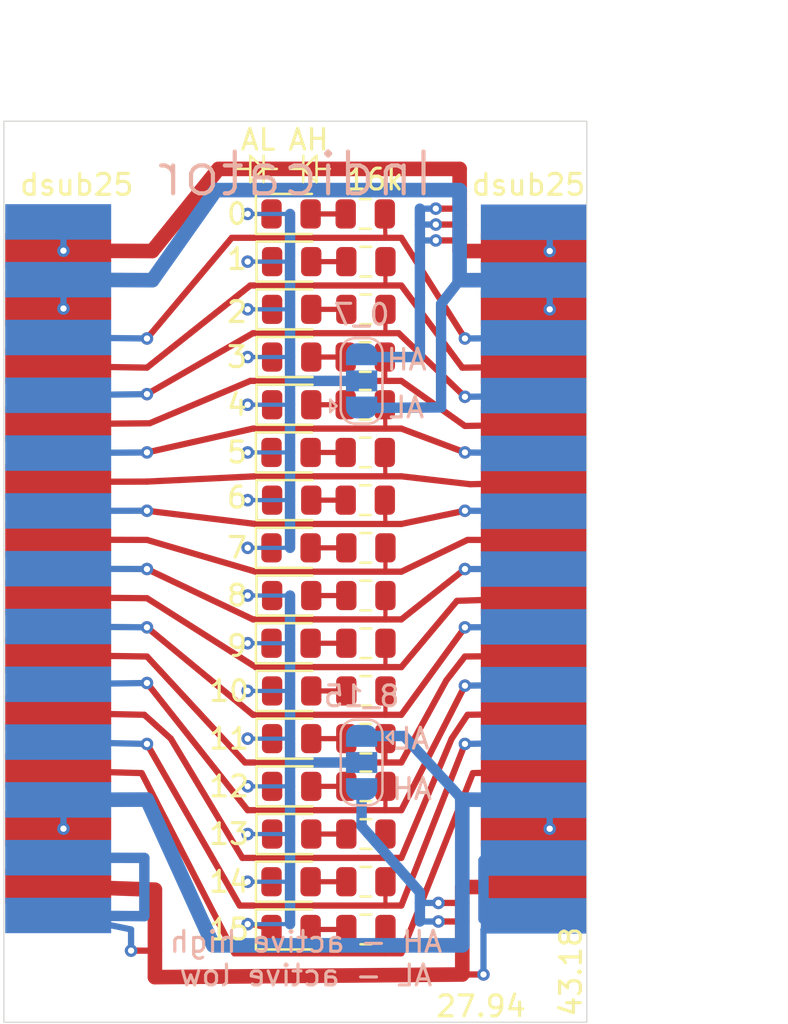
<source format=kicad_pcb>
(kicad_pcb (version 20171130) (host pcbnew 5.1.5+dfsg1-2build2)

  (general
    (thickness 1.6)
    (drawings 24)
    (tracks 348)
    (zones 0)
    (modules 36)
    (nets 39)
  )

  (page A4)
  (layers
    (0 F.Cu signal)
    (31 B.Cu signal)
    (32 B.Adhes user)
    (33 F.Adhes user)
    (34 B.Paste user)
    (35 F.Paste user)
    (36 B.SilkS user)
    (37 F.SilkS user)
    (38 B.Mask user)
    (39 F.Mask user)
    (40 Dwgs.User user)
    (41 Cmts.User user)
    (42 Eco1.User user)
    (43 Eco2.User user)
    (44 Edge.Cuts user)
    (45 Margin user)
    (46 B.CrtYd user)
    (47 F.CrtYd user)
    (48 B.Fab user)
    (49 F.Fab user)
  )

  (setup
    (last_trace_width 0.25)
    (user_trace_width 0.2)
    (user_trace_width 0.3)
    (user_trace_width 0.5)
    (user_trace_width 0.7)
    (trace_clearance 0.2)
    (zone_clearance 0.508)
    (zone_45_only no)
    (trace_min 0.2)
    (via_size 0.8)
    (via_drill 0.4)
    (via_min_size 0.4)
    (via_min_drill 0.3)
    (user_via 0.6 0.3)
    (uvia_size 0.3)
    (uvia_drill 0.1)
    (uvias_allowed no)
    (uvia_min_size 0.2)
    (uvia_min_drill 0.1)
    (edge_width 0.05)
    (segment_width 0.2)
    (pcb_text_width 0.3)
    (pcb_text_size 1.5 1.5)
    (mod_edge_width 0.12)
    (mod_text_size 1 1)
    (mod_text_width 0.15)
    (pad_size 1.524 1.524)
    (pad_drill 0.762)
    (pad_to_mask_clearance 0.051)
    (solder_mask_min_width 0.25)
    (aux_axis_origin 0 0)
    (visible_elements FFFFFF7F)
    (pcbplotparams
      (layerselection 0x010fc_ffffffff)
      (usegerberextensions false)
      (usegerberattributes false)
      (usegerberadvancedattributes false)
      (creategerberjobfile false)
      (excludeedgelayer true)
      (linewidth 0.100000)
      (plotframeref false)
      (viasonmask false)
      (mode 1)
      (useauxorigin false)
      (hpglpennumber 1)
      (hpglpenspeed 20)
      (hpglpendiameter 15.000000)
      (psnegative false)
      (psa4output false)
      (plotreference true)
      (plotvalue true)
      (plotinvisibletext false)
      (padsonsilk false)
      (subtractmaskfromsilk true)
      (outputformat 1)
      (mirror false)
      (drillshape 0)
      (scaleselection 1)
      (outputdirectory "gerber/"))
  )

  (net 0 "")
  (net 1 L15)
  (net 2 L13)
  (net 3 L11)
  (net 4 L9)
  (net 5 L7)
  (net 6 L5)
  (net 7 L3)
  (net 8 L1)
  (net 9 L14)
  (net 10 L12)
  (net 11 L10)
  (net 12 L8)
  (net 13 L6)
  (net 14 L4)
  (net 15 L2)
  (net 16 L0)
  (net 17 "Net-(D1-Pad2)")
  (net 18 "Net-(D3-Pad2)")
  (net 19 "Net-(D5-Pad2)")
  (net 20 "Net-(D7-Pad2)")
  (net 21 "Net-(D9-Pad2)")
  (net 22 "Net-(D11-Pad2)")
  (net 23 "Net-(D13-Pad2)")
  (net 24 "Net-(D15-Pad2)")
  (net 25 "Net-(D17-Pad2)")
  (net 26 "Net-(D19-Pad2)")
  (net 27 "Net-(D21-Pad2)")
  (net 28 "Net-(D23-Pad2)")
  (net 29 "Net-(D25-Pad2)")
  (net 30 "Net-(D27-Pad2)")
  (net 31 "Net-(D29-Pad2)")
  (net 32 "Net-(D31-Pad2)")
  (net 33 "Net-(D1-Pad1)")
  (net 34 "Net-(D17-Pad1)")
  (net 35 VM8_15)
  (net 36 VP8_15)
  (net 37 VP0_7)
  (net 38 VM0_7)

  (net_class Default "This is the default net class."
    (clearance 0.2)
    (trace_width 0.25)
    (via_dia 0.8)
    (via_drill 0.4)
    (uvia_dia 0.3)
    (uvia_drill 0.1)
    (add_net L0)
    (add_net L1)
    (add_net L10)
    (add_net L11)
    (add_net L12)
    (add_net L13)
    (add_net L14)
    (add_net L15)
    (add_net L2)
    (add_net L3)
    (add_net L4)
    (add_net L5)
    (add_net L6)
    (add_net L7)
    (add_net L8)
    (add_net L9)
    (add_net "Net-(D1-Pad1)")
    (add_net "Net-(D1-Pad2)")
    (add_net "Net-(D11-Pad2)")
    (add_net "Net-(D13-Pad2)")
    (add_net "Net-(D15-Pad2)")
    (add_net "Net-(D17-Pad1)")
    (add_net "Net-(D17-Pad2)")
    (add_net "Net-(D19-Pad2)")
    (add_net "Net-(D21-Pad2)")
    (add_net "Net-(D23-Pad2)")
    (add_net "Net-(D25-Pad2)")
    (add_net "Net-(D27-Pad2)")
    (add_net "Net-(D29-Pad2)")
    (add_net "Net-(D3-Pad2)")
    (add_net "Net-(D31-Pad2)")
    (add_net "Net-(D5-Pad2)")
    (add_net "Net-(D7-Pad2)")
    (add_net "Net-(D9-Pad2)")
    (add_net VM0_7)
    (add_net VM8_15)
    (add_net VP0_7)
    (add_net VP8_15)
  )

  (module plc88:dsub25_edge (layer F.Cu) (tedit 63CDF34D) (tstamp 6362E92B)
    (at 116.9035 67.741)
    (path /6363B9DD)
    (fp_text reference J1 (at 11.8364 -1.2526) (layer F.SilkS) hide
      (effects (font (size 1 1) (thickness 0.15)))
    )
    (fp_text value DB25 (at 11.8364 -2.2526) (layer F.Fab) hide
      (effects (font (size 1 1) (thickness 0.15)))
    )
    (fp_text user dsub25 (at 3.429 0.712) (layer F.SilkS)
      (effects (font (size 1 1) (thickness 0.15)))
    )
    (pad 25 smd rect (at 2.54 34.34) (size 5.08 1.7) (layers F.Cu F.Paste F.Mask)
      (net 35 VM8_15))
    (pad 24 smd rect (at 2.54 31.57) (size 5.08 1.7) (layers F.Cu F.Paste F.Mask)
      (net 36 VP8_15))
    (pad 23 smd rect (at 2.54 28.8) (size 5.08 1.7) (layers F.Cu F.Paste F.Mask)
      (net 1 L15))
    (pad 22 smd rect (at 2.54 26.03) (size 5.08 1.7) (layers F.Cu F.Paste F.Mask)
      (net 2 L13))
    (pad 21 smd rect (at 2.54 23.26) (size 5.08 1.7) (layers F.Cu F.Paste F.Mask)
      (net 3 L11))
    (pad 20 smd rect (at 2.54 20.49) (size 5.08 1.7) (layers F.Cu F.Paste F.Mask)
      (net 4 L9))
    (pad 19 smd rect (at 2.54 17.72) (size 5.08 1.7) (layers F.Cu F.Paste F.Mask)
      (net 5 L7))
    (pad 18 smd rect (at 2.54 14.95) (size 5.08 1.7) (layers F.Cu F.Paste F.Mask)
      (net 6 L5))
    (pad 17 smd rect (at 2.54 12.18) (size 5.08 1.7) (layers F.Cu F.Paste F.Mask)
      (net 7 L3))
    (pad 16 smd rect (at 2.54 9.41) (size 5.08 1.7) (layers F.Cu F.Paste F.Mask)
      (net 8 L1))
    (pad 15 smd rect (at 2.54 6.64) (size 5.08 1.7) (layers F.Cu F.Paste F.Mask)
      (net 37 VP0_7))
    (pad 14 smd rect (at 2.54 3.87) (size 5.08 1.7) (layers F.Cu F.Paste F.Mask)
      (net 38 VM0_7))
    (pad 13 smd rect (at 2.54 35.73) (size 5.08 1.7) (layers B.Cu B.Paste B.Mask)
      (net 35 VM8_15))
    (pad 12 smd rect (at 2.54 32.96) (size 5.08 1.7) (layers B.Cu B.Paste B.Mask)
      (net 35 VM8_15))
    (pad 11 smd rect (at 2.54 30.19) (size 5.08 1.7) (layers B.Cu B.Paste B.Mask)
      (net 36 VP8_15))
    (pad 10 smd rect (at 2.54 27.42) (size 5.08 1.7) (layers B.Cu B.Paste B.Mask)
      (net 9 L14))
    (pad 9 smd rect (at 2.54 24.65) (size 5.08 1.7) (layers B.Cu B.Paste B.Mask)
      (net 10 L12))
    (pad 8 smd rect (at 2.54 21.88) (size 5.08 1.7) (layers B.Cu B.Paste B.Mask)
      (net 11 L10))
    (pad 7 smd rect (at 2.54 19.11) (size 5.08 1.7) (layers B.Cu B.Paste B.Mask)
      (net 12 L8))
    (pad 6 smd rect (at 2.54 16.34) (size 5.08 1.7) (layers B.Cu B.Paste B.Mask)
      (net 13 L6))
    (pad 5 smd rect (at 2.54 13.57) (size 5.08 1.7) (layers B.Cu B.Paste B.Mask)
      (net 14 L4))
    (pad 4 smd rect (at 2.54 10.8) (size 5.08 1.7) (layers B.Cu B.Paste B.Mask)
      (net 15 L2))
    (pad 3 smd rect (at 2.54 8.03) (size 5.08 1.7) (layers B.Cu B.Paste B.Mask)
      (net 16 L0))
    (pad 2 smd rect (at 2.54 5.26) (size 5.08 1.7) (layers B.Cu B.Paste B.Mask)
      (net 37 VP0_7))
    (pad 1 smd rect (at 2.54 2.49) (size 5.08 1.7) (layers B.Cu B.Paste B.Mask)
      (net 38 VM0_7))
  )

  (module plc88:dsub25_edge (layer F.Cu) (tedit 63CDF34D) (tstamp 6396257C)
    (at 139.7 67.758)
    (path /639C47BD)
    (fp_text reference J2 (at 11.8364 -1.2526) (layer F.SilkS) hide
      (effects (font (size 1 1) (thickness 0.15)))
    )
    (fp_text value DB25 (at 11.8364 -2.2526) (layer F.Fab) hide
      (effects (font (size 1 1) (thickness 0.15)))
    )
    (fp_text user dsub25 (at 2.286 0.695) (layer F.SilkS)
      (effects (font (size 1 1) (thickness 0.15)))
    )
    (pad 25 smd rect (at 2.54 34.34) (size 5.08 1.7) (layers F.Cu F.Paste F.Mask)
      (net 35 VM8_15))
    (pad 24 smd rect (at 2.54 31.57) (size 5.08 1.7) (layers F.Cu F.Paste F.Mask)
      (net 36 VP8_15))
    (pad 23 smd rect (at 2.54 28.8) (size 5.08 1.7) (layers F.Cu F.Paste F.Mask)
      (net 1 L15))
    (pad 22 smd rect (at 2.54 26.03) (size 5.08 1.7) (layers F.Cu F.Paste F.Mask)
      (net 2 L13))
    (pad 21 smd rect (at 2.54 23.26) (size 5.08 1.7) (layers F.Cu F.Paste F.Mask)
      (net 3 L11))
    (pad 20 smd rect (at 2.54 20.49) (size 5.08 1.7) (layers F.Cu F.Paste F.Mask)
      (net 4 L9))
    (pad 19 smd rect (at 2.54 17.72) (size 5.08 1.7) (layers F.Cu F.Paste F.Mask)
      (net 5 L7))
    (pad 18 smd rect (at 2.54 14.95) (size 5.08 1.7) (layers F.Cu F.Paste F.Mask)
      (net 6 L5))
    (pad 17 smd rect (at 2.54 12.18) (size 5.08 1.7) (layers F.Cu F.Paste F.Mask)
      (net 7 L3))
    (pad 16 smd rect (at 2.54 9.41) (size 5.08 1.7) (layers F.Cu F.Paste F.Mask)
      (net 8 L1))
    (pad 15 smd rect (at 2.54 6.64) (size 5.08 1.7) (layers F.Cu F.Paste F.Mask)
      (net 37 VP0_7))
    (pad 14 smd rect (at 2.54 3.87) (size 5.08 1.7) (layers F.Cu F.Paste F.Mask)
      (net 38 VM0_7))
    (pad 13 smd rect (at 2.54 35.73) (size 5.08 1.7) (layers B.Cu B.Paste B.Mask)
      (net 35 VM8_15))
    (pad 12 smd rect (at 2.54 32.96) (size 5.08 1.7) (layers B.Cu B.Paste B.Mask)
      (net 35 VM8_15))
    (pad 11 smd rect (at 2.54 30.19) (size 5.08 1.7) (layers B.Cu B.Paste B.Mask)
      (net 36 VP8_15))
    (pad 10 smd rect (at 2.54 27.42) (size 5.08 1.7) (layers B.Cu B.Paste B.Mask)
      (net 9 L14))
    (pad 9 smd rect (at 2.54 24.65) (size 5.08 1.7) (layers B.Cu B.Paste B.Mask)
      (net 10 L12))
    (pad 8 smd rect (at 2.54 21.88) (size 5.08 1.7) (layers B.Cu B.Paste B.Mask)
      (net 11 L10))
    (pad 7 smd rect (at 2.54 19.11) (size 5.08 1.7) (layers B.Cu B.Paste B.Mask)
      (net 12 L8))
    (pad 6 smd rect (at 2.54 16.34) (size 5.08 1.7) (layers B.Cu B.Paste B.Mask)
      (net 13 L6))
    (pad 5 smd rect (at 2.54 13.57) (size 5.08 1.7) (layers B.Cu B.Paste B.Mask)
      (net 14 L4))
    (pad 4 smd rect (at 2.54 10.8) (size 5.08 1.7) (layers B.Cu B.Paste B.Mask)
      (net 15 L2))
    (pad 3 smd rect (at 2.54 8.03) (size 5.08 1.7) (layers B.Cu B.Paste B.Mask)
      (net 16 L0))
    (pad 2 smd rect (at 2.54 5.26) (size 5.08 1.7) (layers B.Cu B.Paste B.Mask)
      (net 37 VP0_7))
    (pad 1 smd rect (at 2.54 2.49) (size 5.08 1.7) (layers B.Cu B.Paste B.Mask)
      (net 38 VM0_7))
  )

  (module Jumper:SolderJumper-3_P1.3mm_Open_RoundedPad1.0x1.5mm (layer B.Cu) (tedit 5B391EB7) (tstamp 63A41433)
    (at 133.985 96.139 270)
    (descr "SMD Solder 3-pad Jumper, 1x1.5mm rounded Pads, 0.3mm gap, open")
    (tags "solder jumper open")
    (path /63BB9DAE)
    (attr virtual)
    (fp_text reference JP2 (at 0 1.8 270) (layer B.SilkS) hide
      (effects (font (size 1 1) (thickness 0.15)) (justify mirror))
    )
    (fp_text value 8_15 (at -3.175 0 180) (layer B.SilkS)
      (effects (font (size 1 1) (thickness 0.15)) (justify mirror))
    )
    (fp_arc (start -1.35 0.3) (end -1.35 1) (angle 90) (layer B.SilkS) (width 0.12))
    (fp_arc (start -1.35 -0.3) (end -2.05 -0.3) (angle 90) (layer B.SilkS) (width 0.12))
    (fp_arc (start 1.35 -0.3) (end 1.35 -1) (angle 90) (layer B.SilkS) (width 0.12))
    (fp_arc (start 1.35 0.3) (end 2.05 0.3) (angle 90) (layer B.SilkS) (width 0.12))
    (fp_line (start 2.3 -1.25) (end -2.3 -1.25) (layer B.CrtYd) (width 0.05))
    (fp_line (start 2.3 -1.25) (end 2.3 1.25) (layer B.CrtYd) (width 0.05))
    (fp_line (start -2.3 1.25) (end -2.3 -1.25) (layer B.CrtYd) (width 0.05))
    (fp_line (start -2.3 1.25) (end 2.3 1.25) (layer B.CrtYd) (width 0.05))
    (fp_line (start -1.4 1) (end 1.4 1) (layer B.SilkS) (width 0.12))
    (fp_line (start 2.05 0.3) (end 2.05 -0.3) (layer B.SilkS) (width 0.12))
    (fp_line (start 1.4 -1) (end -1.4 -1) (layer B.SilkS) (width 0.12))
    (fp_line (start -2.05 -0.3) (end -2.05 0.3) (layer B.SilkS) (width 0.12))
    (fp_line (start -1.2 -1.2) (end -1.5 -1.5) (layer B.SilkS) (width 0.12))
    (fp_line (start -1.5 -1.5) (end -0.9 -1.5) (layer B.SilkS) (width 0.12))
    (fp_line (start -1.2 -1.2) (end -0.9 -1.5) (layer B.SilkS) (width 0.12))
    (fp_text user AH (at 1.27 -2.413 180) (layer B.SilkS)
      (effects (font (size 1 1) (thickness 0.15)) (justify mirror))
    )
    (fp_text user AL (at -1.143 -2.413 180) (layer B.SilkS)
      (effects (font (size 1 1) (thickness 0.15)) (justify mirror))
    )
    (pad 2 smd rect (at 0 0 270) (size 1 1.5) (layers B.Cu B.Mask)
      (net 34 "Net-(D17-Pad1)"))
    (pad 3 smd custom (at 1.3 0 270) (size 1 0.5) (layers B.Cu B.Mask)
      (net 35 VM8_15) (zone_connect 2)
      (options (clearance outline) (anchor rect))
      (primitives
        (gr_circle (center 0 -0.25) (end 0.5 -0.25) (width 0))
        (gr_circle (center 0 0.25) (end 0.5 0.25) (width 0))
        (gr_poly (pts
           (xy -0.55 0.75) (xy 0 0.75) (xy 0 -0.75) (xy -0.55 -0.75)) (width 0))
      ))
    (pad 1 smd custom (at -1.3 0 270) (size 1 0.5) (layers B.Cu B.Mask)
      (net 36 VP8_15) (zone_connect 2)
      (options (clearance outline) (anchor rect))
      (primitives
        (gr_circle (center 0 -0.25) (end 0.5 -0.25) (width 0))
        (gr_circle (center 0 0.25) (end 0.5 0.25) (width 0))
        (gr_poly (pts
           (xy 0.55 0.75) (xy 0 0.75) (xy 0 -0.75) (xy 0.55 -0.75)) (width 0))
      ))
  )

  (module Jumper:SolderJumper-3_P1.3mm_Open_RoundedPad1.0x1.5mm (layer B.Cu) (tedit 5B391EB7) (tstamp 63A4141D)
    (at 133.985 77.851 90)
    (descr "SMD Solder 3-pad Jumper, 1x1.5mm rounded Pads, 0.3mm gap, open")
    (tags "solder jumper open")
    (path /63BB7CDC)
    (attr virtual)
    (fp_text reference JP1 (at 0 1.8 270) (layer B.SilkS) hide
      (effects (font (size 1 1) (thickness 0.15)) (justify mirror))
    )
    (fp_text value 0_7 (at 3.175 0 180) (layer B.SilkS)
      (effects (font (size 1 1) (thickness 0.15)) (justify mirror))
    )
    (fp_arc (start -1.35 0.3) (end -1.35 1) (angle 90) (layer B.SilkS) (width 0.12))
    (fp_arc (start -1.35 -0.3) (end -2.05 -0.3) (angle 90) (layer B.SilkS) (width 0.12))
    (fp_arc (start 1.35 -0.3) (end 1.35 -1) (angle 90) (layer B.SilkS) (width 0.12))
    (fp_arc (start 1.35 0.3) (end 2.05 0.3) (angle 90) (layer B.SilkS) (width 0.12))
    (fp_line (start 2.3 -1.25) (end -2.3 -1.25) (layer B.CrtYd) (width 0.05))
    (fp_line (start 2.3 -1.25) (end 2.3 1.25) (layer B.CrtYd) (width 0.05))
    (fp_line (start -2.3 1.25) (end -2.3 -1.25) (layer B.CrtYd) (width 0.05))
    (fp_line (start -2.3 1.25) (end 2.3 1.25) (layer B.CrtYd) (width 0.05))
    (fp_line (start -1.4 1) (end 1.4 1) (layer B.SilkS) (width 0.12))
    (fp_line (start 2.05 0.3) (end 2.05 -0.3) (layer B.SilkS) (width 0.12))
    (fp_line (start 1.4 -1) (end -1.4 -1) (layer B.SilkS) (width 0.12))
    (fp_line (start -2.05 -0.3) (end -2.05 0.3) (layer B.SilkS) (width 0.12))
    (fp_line (start -1.2 -1.2) (end -1.5 -1.5) (layer B.SilkS) (width 0.12))
    (fp_line (start -1.5 -1.5) (end -0.9 -1.5) (layer B.SilkS) (width 0.12))
    (fp_line (start -1.2 -1.2) (end -0.9 -1.5) (layer B.SilkS) (width 0.12))
    (fp_text user AH (at 1.016 2.159 180) (layer B.SilkS)
      (effects (font (size 1 1) (thickness 0.15)) (justify mirror))
    )
    (fp_text user AL (at -1.27 2.159 180) (layer B.SilkS)
      (effects (font (size 1 1) (thickness 0.15)) (justify mirror))
    )
    (pad 2 smd rect (at 0 0 90) (size 1 1.5) (layers B.Cu B.Mask)
      (net 33 "Net-(D1-Pad1)"))
    (pad 3 smd custom (at 1.3 0 90) (size 1 0.5) (layers B.Cu B.Mask)
      (net 38 VM0_7) (zone_connect 2)
      (options (clearance outline) (anchor rect))
      (primitives
        (gr_circle (center 0 -0.25) (end 0.5 -0.25) (width 0))
        (gr_circle (center 0 0.25) (end 0.5 0.25) (width 0))
        (gr_poly (pts
           (xy -0.55 0.75) (xy 0 0.75) (xy 0 -0.75) (xy -0.55 -0.75)) (width 0))
      ))
    (pad 1 smd custom (at -1.3 0 90) (size 1 0.5) (layers B.Cu B.Mask)
      (net 37 VP0_7) (zone_connect 2)
      (options (clearance outline) (anchor rect))
      (primitives
        (gr_circle (center 0 -0.25) (end 0.5 -0.25) (width 0))
        (gr_circle (center 0 0.25) (end 0.5 0.25) (width 0))
        (gr_poly (pts
           (xy 0.55 0.75) (xy 0 0.75) (xy 0 -0.75) (xy 0.55 -0.75)) (width 0))
      ))
  )

  (module LED_SMD:LED_0805_2012Metric (layer F.Cu) (tedit 5B36C52C) (tstamp 63975FEC)
    (at 130.6045 104.14)
    (descr "LED SMD 0805 (2012 Metric), square (rectangular) end terminal, IPC_7351 nominal, (Body size source: https://docs.google.com/spreadsheets/d/1BsfQQcO9C6DZCsRaXUlFlo91Tg2WpOkGARC1WS5S8t0/edit?usp=sharing), generated with kicad-footprint-generator")
    (tags diode)
    (path /63CA8BCA)
    (attr smd)
    (fp_text reference D31 (at 0 -1.65) (layer F.SilkS) hide
      (effects (font (size 1 1) (thickness 0.15)))
    )
    (fp_text value 15 (at -2.9695 0) (layer F.SilkS)
      (effects (font (size 1 1) (thickness 0.15)))
    )
    (fp_text user %R (at 0 0) (layer F.Fab) hide
      (effects (font (size 0.5 0.5) (thickness 0.08)))
    )
    (fp_line (start 1.68 0.95) (end -1.68 0.95) (layer F.CrtYd) (width 0.05))
    (fp_line (start 1.68 -0.95) (end 1.68 0.95) (layer F.CrtYd) (width 0.05))
    (fp_line (start -1.68 -0.95) (end 1.68 -0.95) (layer F.CrtYd) (width 0.05))
    (fp_line (start -1.68 0.95) (end -1.68 -0.95) (layer F.CrtYd) (width 0.05))
    (fp_line (start -1.685 0.96) (end 1 0.96) (layer F.SilkS) (width 0.12))
    (fp_line (start -1.685 -0.96) (end -1.685 0.96) (layer F.SilkS) (width 0.12))
    (fp_line (start 1 -0.96) (end -1.685 -0.96) (layer F.SilkS) (width 0.12))
    (fp_line (start 1 0.6) (end 1 -0.6) (layer F.Fab) (width 0.1))
    (fp_line (start -1 0.6) (end 1 0.6) (layer F.Fab) (width 0.1))
    (fp_line (start -1 -0.3) (end -1 0.6) (layer F.Fab) (width 0.1))
    (fp_line (start -0.7 -0.6) (end -1 -0.3) (layer F.Fab) (width 0.1))
    (fp_line (start 1 -0.6) (end -0.7 -0.6) (layer F.Fab) (width 0.1))
    (pad 2 smd roundrect (at 0.9375 0) (size 0.975 1.4) (layers F.Cu F.Paste F.Mask) (roundrect_rratio 0.25)
      (net 32 "Net-(D31-Pad2)"))
    (pad 1 smd roundrect (at -0.9375 0) (size 0.975 1.4) (layers F.Cu F.Paste F.Mask) (roundrect_rratio 0.25)
      (net 34 "Net-(D17-Pad1)"))
    (model ${KISYS3DMOD}/LED_SMD.3dshapes/LED_0805_2012Metric.wrl
      (at (xyz 0 0 0))
      (scale (xyz 1 1 1))
      (rotate (xyz 0 0 0))
    )
  )

  (module LED_SMD:LED_0805_2012Metric (layer F.Cu) (tedit 5B36C52C) (tstamp 63975FC6)
    (at 130.6045 101.854)
    (descr "LED SMD 0805 (2012 Metric), square (rectangular) end terminal, IPC_7351 nominal, (Body size source: https://docs.google.com/spreadsheets/d/1BsfQQcO9C6DZCsRaXUlFlo91Tg2WpOkGARC1WS5S8t0/edit?usp=sharing), generated with kicad-footprint-generator")
    (tags diode)
    (path /63CA1656)
    (attr smd)
    (fp_text reference D29 (at 0 -1.65) (layer F.SilkS) hide
      (effects (font (size 1 1) (thickness 0.15)))
    )
    (fp_text value 14 (at -2.9695 0) (layer F.SilkS)
      (effects (font (size 1 1) (thickness 0.15)))
    )
    (fp_text user %R (at 0 0) (layer F.Fab) hide
      (effects (font (size 0.5 0.5) (thickness 0.08)))
    )
    (fp_line (start 1.68 0.95) (end -1.68 0.95) (layer F.CrtYd) (width 0.05))
    (fp_line (start 1.68 -0.95) (end 1.68 0.95) (layer F.CrtYd) (width 0.05))
    (fp_line (start -1.68 -0.95) (end 1.68 -0.95) (layer F.CrtYd) (width 0.05))
    (fp_line (start -1.68 0.95) (end -1.68 -0.95) (layer F.CrtYd) (width 0.05))
    (fp_line (start -1.685 0.96) (end 1 0.96) (layer F.SilkS) (width 0.12))
    (fp_line (start -1.685 -0.96) (end -1.685 0.96) (layer F.SilkS) (width 0.12))
    (fp_line (start 1 -0.96) (end -1.685 -0.96) (layer F.SilkS) (width 0.12))
    (fp_line (start 1 0.6) (end 1 -0.6) (layer F.Fab) (width 0.1))
    (fp_line (start -1 0.6) (end 1 0.6) (layer F.Fab) (width 0.1))
    (fp_line (start -1 -0.3) (end -1 0.6) (layer F.Fab) (width 0.1))
    (fp_line (start -0.7 -0.6) (end -1 -0.3) (layer F.Fab) (width 0.1))
    (fp_line (start 1 -0.6) (end -0.7 -0.6) (layer F.Fab) (width 0.1))
    (pad 2 smd roundrect (at 0.9375 0) (size 0.975 1.4) (layers F.Cu F.Paste F.Mask) (roundrect_rratio 0.25)
      (net 31 "Net-(D29-Pad2)"))
    (pad 1 smd roundrect (at -0.9375 0) (size 0.975 1.4) (layers F.Cu F.Paste F.Mask) (roundrect_rratio 0.25)
      (net 34 "Net-(D17-Pad1)"))
    (model ${KISYS3DMOD}/LED_SMD.3dshapes/LED_0805_2012Metric.wrl
      (at (xyz 0 0 0))
      (scale (xyz 1 1 1))
      (rotate (xyz 0 0 0))
    )
  )

  (module LED_SMD:LED_0805_2012Metric (layer F.Cu) (tedit 5B36C52C) (tstamp 63975FA0)
    (at 130.6345 99.568)
    (descr "LED SMD 0805 (2012 Metric), square (rectangular) end terminal, IPC_7351 nominal, (Body size source: https://docs.google.com/spreadsheets/d/1BsfQQcO9C6DZCsRaXUlFlo91Tg2WpOkGARC1WS5S8t0/edit?usp=sharing), generated with kicad-footprint-generator")
    (tags diode)
    (path /63C9A50A)
    (attr smd)
    (fp_text reference D27 (at 0 -1.65) (layer F.SilkS) hide
      (effects (font (size 1 1) (thickness 0.15)))
    )
    (fp_text value 13 (at -2.9995 0) (layer F.SilkS)
      (effects (font (size 1 1) (thickness 0.15)))
    )
    (fp_text user %R (at 0 0) (layer F.Fab) hide
      (effects (font (size 0.5 0.5) (thickness 0.08)))
    )
    (fp_line (start 1.68 0.95) (end -1.68 0.95) (layer F.CrtYd) (width 0.05))
    (fp_line (start 1.68 -0.95) (end 1.68 0.95) (layer F.CrtYd) (width 0.05))
    (fp_line (start -1.68 -0.95) (end 1.68 -0.95) (layer F.CrtYd) (width 0.05))
    (fp_line (start -1.68 0.95) (end -1.68 -0.95) (layer F.CrtYd) (width 0.05))
    (fp_line (start -1.685 0.96) (end 1 0.96) (layer F.SilkS) (width 0.12))
    (fp_line (start -1.685 -0.96) (end -1.685 0.96) (layer F.SilkS) (width 0.12))
    (fp_line (start 1 -0.96) (end -1.685 -0.96) (layer F.SilkS) (width 0.12))
    (fp_line (start 1 0.6) (end 1 -0.6) (layer F.Fab) (width 0.1))
    (fp_line (start -1 0.6) (end 1 0.6) (layer F.Fab) (width 0.1))
    (fp_line (start -1 -0.3) (end -1 0.6) (layer F.Fab) (width 0.1))
    (fp_line (start -0.7 -0.6) (end -1 -0.3) (layer F.Fab) (width 0.1))
    (fp_line (start 1 -0.6) (end -0.7 -0.6) (layer F.Fab) (width 0.1))
    (pad 2 smd roundrect (at 0.9375 0) (size 0.975 1.4) (layers F.Cu F.Paste F.Mask) (roundrect_rratio 0.25)
      (net 30 "Net-(D27-Pad2)"))
    (pad 1 smd roundrect (at -0.9375 0) (size 0.975 1.4) (layers F.Cu F.Paste F.Mask) (roundrect_rratio 0.25)
      (net 34 "Net-(D17-Pad1)"))
    (model ${KISYS3DMOD}/LED_SMD.3dshapes/LED_0805_2012Metric.wrl
      (at (xyz 0 0 0))
      (scale (xyz 1 1 1))
      (rotate (xyz 0 0 0))
    )
  )

  (module LED_SMD:LED_0805_2012Metric (layer F.Cu) (tedit 5B36C52C) (tstamp 63975F7A)
    (at 130.6345 97.282)
    (descr "LED SMD 0805 (2012 Metric), square (rectangular) end terminal, IPC_7351 nominal, (Body size source: https://docs.google.com/spreadsheets/d/1BsfQQcO9C6DZCsRaXUlFlo91Tg2WpOkGARC1WS5S8t0/edit?usp=sharing), generated with kicad-footprint-generator")
    (tags diode)
    (path /63C92EDE)
    (attr smd)
    (fp_text reference D25 (at 0 -1.65) (layer F.SilkS) hide
      (effects (font (size 1 1) (thickness 0.15)))
    )
    (fp_text value 12 (at -2.9995 0) (layer F.SilkS)
      (effects (font (size 1 1) (thickness 0.15)))
    )
    (fp_text user %R (at 0 0) (layer F.Fab) hide
      (effects (font (size 0.5 0.5) (thickness 0.08)))
    )
    (fp_line (start 1.68 0.95) (end -1.68 0.95) (layer F.CrtYd) (width 0.05))
    (fp_line (start 1.68 -0.95) (end 1.68 0.95) (layer F.CrtYd) (width 0.05))
    (fp_line (start -1.68 -0.95) (end 1.68 -0.95) (layer F.CrtYd) (width 0.05))
    (fp_line (start -1.68 0.95) (end -1.68 -0.95) (layer F.CrtYd) (width 0.05))
    (fp_line (start -1.685 0.96) (end 1 0.96) (layer F.SilkS) (width 0.12))
    (fp_line (start -1.685 -0.96) (end -1.685 0.96) (layer F.SilkS) (width 0.12))
    (fp_line (start 1 -0.96) (end -1.685 -0.96) (layer F.SilkS) (width 0.12))
    (fp_line (start 1 0.6) (end 1 -0.6) (layer F.Fab) (width 0.1))
    (fp_line (start -1 0.6) (end 1 0.6) (layer F.Fab) (width 0.1))
    (fp_line (start -1 -0.3) (end -1 0.6) (layer F.Fab) (width 0.1))
    (fp_line (start -0.7 -0.6) (end -1 -0.3) (layer F.Fab) (width 0.1))
    (fp_line (start 1 -0.6) (end -0.7 -0.6) (layer F.Fab) (width 0.1))
    (pad 2 smd roundrect (at 0.9375 0) (size 0.975 1.4) (layers F.Cu F.Paste F.Mask) (roundrect_rratio 0.25)
      (net 29 "Net-(D25-Pad2)"))
    (pad 1 smd roundrect (at -0.9375 0) (size 0.975 1.4) (layers F.Cu F.Paste F.Mask) (roundrect_rratio 0.25)
      (net 34 "Net-(D17-Pad1)"))
    (model ${KISYS3DMOD}/LED_SMD.3dshapes/LED_0805_2012Metric.wrl
      (at (xyz 0 0 0))
      (scale (xyz 1 1 1))
      (rotate (xyz 0 0 0))
    )
  )

  (module LED_SMD:LED_0805_2012Metric (layer F.Cu) (tedit 5B36C52C) (tstamp 63975F54)
    (at 130.6345 94.996)
    (descr "LED SMD 0805 (2012 Metric), square (rectangular) end terminal, IPC_7351 nominal, (Body size source: https://docs.google.com/spreadsheets/d/1BsfQQcO9C6DZCsRaXUlFlo91Tg2WpOkGARC1WS5S8t0/edit?usp=sharing), generated with kicad-footprint-generator")
    (tags diode)
    (path /63C8BC74)
    (attr smd)
    (fp_text reference D23 (at 0 -1.65) (layer F.SilkS) hide
      (effects (font (size 1 1) (thickness 0.15)))
    )
    (fp_text value 11 (at -2.9995 0) (layer F.SilkS)
      (effects (font (size 1 1) (thickness 0.15)))
    )
    (fp_text user %R (at 0 0) (layer F.Fab) hide
      (effects (font (size 0.5 0.5) (thickness 0.08)))
    )
    (fp_line (start 1.68 0.95) (end -1.68 0.95) (layer F.CrtYd) (width 0.05))
    (fp_line (start 1.68 -0.95) (end 1.68 0.95) (layer F.CrtYd) (width 0.05))
    (fp_line (start -1.68 -0.95) (end 1.68 -0.95) (layer F.CrtYd) (width 0.05))
    (fp_line (start -1.68 0.95) (end -1.68 -0.95) (layer F.CrtYd) (width 0.05))
    (fp_line (start -1.685 0.96) (end 1 0.96) (layer F.SilkS) (width 0.12))
    (fp_line (start -1.685 -0.96) (end -1.685 0.96) (layer F.SilkS) (width 0.12))
    (fp_line (start 1 -0.96) (end -1.685 -0.96) (layer F.SilkS) (width 0.12))
    (fp_line (start 1 0.6) (end 1 -0.6) (layer F.Fab) (width 0.1))
    (fp_line (start -1 0.6) (end 1 0.6) (layer F.Fab) (width 0.1))
    (fp_line (start -1 -0.3) (end -1 0.6) (layer F.Fab) (width 0.1))
    (fp_line (start -0.7 -0.6) (end -1 -0.3) (layer F.Fab) (width 0.1))
    (fp_line (start 1 -0.6) (end -0.7 -0.6) (layer F.Fab) (width 0.1))
    (pad 2 smd roundrect (at 0.9375 0) (size 0.975 1.4) (layers F.Cu F.Paste F.Mask) (roundrect_rratio 0.25)
      (net 28 "Net-(D23-Pad2)"))
    (pad 1 smd roundrect (at -0.9375 0) (size 0.975 1.4) (layers F.Cu F.Paste F.Mask) (roundrect_rratio 0.25)
      (net 34 "Net-(D17-Pad1)"))
    (model ${KISYS3DMOD}/LED_SMD.3dshapes/LED_0805_2012Metric.wrl
      (at (xyz 0 0 0))
      (scale (xyz 1 1 1))
      (rotate (xyz 0 0 0))
    )
  )

  (module LED_SMD:LED_0805_2012Metric (layer F.Cu) (tedit 5B36C52C) (tstamp 63975F2E)
    (at 130.6345 92.71)
    (descr "LED SMD 0805 (2012 Metric), square (rectangular) end terminal, IPC_7351 nominal, (Body size source: https://docs.google.com/spreadsheets/d/1BsfQQcO9C6DZCsRaXUlFlo91Tg2WpOkGARC1WS5S8t0/edit?usp=sharing), generated with kicad-footprint-generator")
    (tags diode)
    (path /63C84718)
    (attr smd)
    (fp_text reference D21 (at 0 -1.65) (layer F.SilkS) hide
      (effects (font (size 1 1) (thickness 0.15)))
    )
    (fp_text value 10 (at -2.9995 0) (layer F.SilkS)
      (effects (font (size 1 1) (thickness 0.15)))
    )
    (fp_text user %R (at 0 0) (layer F.Fab) hide
      (effects (font (size 0.5 0.5) (thickness 0.08)))
    )
    (fp_line (start 1.68 0.95) (end -1.68 0.95) (layer F.CrtYd) (width 0.05))
    (fp_line (start 1.68 -0.95) (end 1.68 0.95) (layer F.CrtYd) (width 0.05))
    (fp_line (start -1.68 -0.95) (end 1.68 -0.95) (layer F.CrtYd) (width 0.05))
    (fp_line (start -1.68 0.95) (end -1.68 -0.95) (layer F.CrtYd) (width 0.05))
    (fp_line (start -1.685 0.96) (end 1 0.96) (layer F.SilkS) (width 0.12))
    (fp_line (start -1.685 -0.96) (end -1.685 0.96) (layer F.SilkS) (width 0.12))
    (fp_line (start 1 -0.96) (end -1.685 -0.96) (layer F.SilkS) (width 0.12))
    (fp_line (start 1 0.6) (end 1 -0.6) (layer F.Fab) (width 0.1))
    (fp_line (start -1 0.6) (end 1 0.6) (layer F.Fab) (width 0.1))
    (fp_line (start -1 -0.3) (end -1 0.6) (layer F.Fab) (width 0.1))
    (fp_line (start -0.7 -0.6) (end -1 -0.3) (layer F.Fab) (width 0.1))
    (fp_line (start 1 -0.6) (end -0.7 -0.6) (layer F.Fab) (width 0.1))
    (pad 2 smd roundrect (at 0.9375 0) (size 0.975 1.4) (layers F.Cu F.Paste F.Mask) (roundrect_rratio 0.25)
      (net 27 "Net-(D21-Pad2)"))
    (pad 1 smd roundrect (at -0.9375 0) (size 0.975 1.4) (layers F.Cu F.Paste F.Mask) (roundrect_rratio 0.25)
      (net 34 "Net-(D17-Pad1)"))
    (model ${KISYS3DMOD}/LED_SMD.3dshapes/LED_0805_2012Metric.wrl
      (at (xyz 0 0 0))
      (scale (xyz 1 1 1))
      (rotate (xyz 0 0 0))
    )
  )

  (module LED_SMD:LED_0805_2012Metric (layer F.Cu) (tedit 5B36C52C) (tstamp 63975F08)
    (at 130.6045 90.424)
    (descr "LED SMD 0805 (2012 Metric), square (rectangular) end terminal, IPC_7351 nominal, (Body size source: https://docs.google.com/spreadsheets/d/1BsfQQcO9C6DZCsRaXUlFlo91Tg2WpOkGARC1WS5S8t0/edit?usp=sharing), generated with kicad-footprint-generator")
    (tags diode)
    (path /63C7D788)
    (attr smd)
    (fp_text reference D19 (at 0 -1.65) (layer F.SilkS) hide
      (effects (font (size 1 1) (thickness 0.15)))
    )
    (fp_text value 9 (at -2.5885 0.127) (layer F.SilkS)
      (effects (font (size 1 1) (thickness 0.15)))
    )
    (fp_text user %R (at 0 0) (layer F.Fab) hide
      (effects (font (size 0.5 0.5) (thickness 0.08)))
    )
    (fp_line (start 1.68 0.95) (end -1.68 0.95) (layer F.CrtYd) (width 0.05))
    (fp_line (start 1.68 -0.95) (end 1.68 0.95) (layer F.CrtYd) (width 0.05))
    (fp_line (start -1.68 -0.95) (end 1.68 -0.95) (layer F.CrtYd) (width 0.05))
    (fp_line (start -1.68 0.95) (end -1.68 -0.95) (layer F.CrtYd) (width 0.05))
    (fp_line (start -1.685 0.96) (end 1 0.96) (layer F.SilkS) (width 0.12))
    (fp_line (start -1.685 -0.96) (end -1.685 0.96) (layer F.SilkS) (width 0.12))
    (fp_line (start 1 -0.96) (end -1.685 -0.96) (layer F.SilkS) (width 0.12))
    (fp_line (start 1 0.6) (end 1 -0.6) (layer F.Fab) (width 0.1))
    (fp_line (start -1 0.6) (end 1 0.6) (layer F.Fab) (width 0.1))
    (fp_line (start -1 -0.3) (end -1 0.6) (layer F.Fab) (width 0.1))
    (fp_line (start -0.7 -0.6) (end -1 -0.3) (layer F.Fab) (width 0.1))
    (fp_line (start 1 -0.6) (end -0.7 -0.6) (layer F.Fab) (width 0.1))
    (pad 2 smd roundrect (at 0.9375 0) (size 0.975 1.4) (layers F.Cu F.Paste F.Mask) (roundrect_rratio 0.25)
      (net 26 "Net-(D19-Pad2)"))
    (pad 1 smd roundrect (at -0.9375 0) (size 0.975 1.4) (layers F.Cu F.Paste F.Mask) (roundrect_rratio 0.25)
      (net 34 "Net-(D17-Pad1)"))
    (model ${KISYS3DMOD}/LED_SMD.3dshapes/LED_0805_2012Metric.wrl
      (at (xyz 0 0 0))
      (scale (xyz 1 1 1))
      (rotate (xyz 0 0 0))
    )
  )

  (module LED_SMD:LED_0805_2012Metric (layer F.Cu) (tedit 5B36C52C) (tstamp 63975EE2)
    (at 130.6345 88.138)
    (descr "LED SMD 0805 (2012 Metric), square (rectangular) end terminal, IPC_7351 nominal, (Body size source: https://docs.google.com/spreadsheets/d/1BsfQQcO9C6DZCsRaXUlFlo91Tg2WpOkGARC1WS5S8t0/edit?usp=sharing), generated with kicad-footprint-generator")
    (tags diode)
    (path /63C75FEA)
    (attr smd)
    (fp_text reference D17 (at 0 -1.65) (layer F.SilkS) hide
      (effects (font (size 1 1) (thickness 0.15)))
    )
    (fp_text value 8 (at -2.6185 0) (layer F.SilkS)
      (effects (font (size 1 1) (thickness 0.15)))
    )
    (fp_text user %R (at 0 0) (layer F.Fab) hide
      (effects (font (size 0.5 0.5) (thickness 0.08)))
    )
    (fp_line (start 1.68 0.95) (end -1.68 0.95) (layer F.CrtYd) (width 0.05))
    (fp_line (start 1.68 -0.95) (end 1.68 0.95) (layer F.CrtYd) (width 0.05))
    (fp_line (start -1.68 -0.95) (end 1.68 -0.95) (layer F.CrtYd) (width 0.05))
    (fp_line (start -1.68 0.95) (end -1.68 -0.95) (layer F.CrtYd) (width 0.05))
    (fp_line (start -1.685 0.96) (end 1 0.96) (layer F.SilkS) (width 0.12))
    (fp_line (start -1.685 -0.96) (end -1.685 0.96) (layer F.SilkS) (width 0.12))
    (fp_line (start 1 -0.96) (end -1.685 -0.96) (layer F.SilkS) (width 0.12))
    (fp_line (start 1 0.6) (end 1 -0.6) (layer F.Fab) (width 0.1))
    (fp_line (start -1 0.6) (end 1 0.6) (layer F.Fab) (width 0.1))
    (fp_line (start -1 -0.3) (end -1 0.6) (layer F.Fab) (width 0.1))
    (fp_line (start -0.7 -0.6) (end -1 -0.3) (layer F.Fab) (width 0.1))
    (fp_line (start 1 -0.6) (end -0.7 -0.6) (layer F.Fab) (width 0.1))
    (pad 2 smd roundrect (at 0.9375 0) (size 0.975 1.4) (layers F.Cu F.Paste F.Mask) (roundrect_rratio 0.25)
      (net 25 "Net-(D17-Pad2)"))
    (pad 1 smd roundrect (at -0.9375 0) (size 0.975 1.4) (layers F.Cu F.Paste F.Mask) (roundrect_rratio 0.25)
      (net 34 "Net-(D17-Pad1)"))
    (model ${KISYS3DMOD}/LED_SMD.3dshapes/LED_0805_2012Metric.wrl
      (at (xyz 0 0 0))
      (scale (xyz 1 1 1))
      (rotate (xyz 0 0 0))
    )
  )

  (module LED_SMD:LED_0805_2012Metric (layer F.Cu) (tedit 5B36C52C) (tstamp 63975EBC)
    (at 130.6045 85.852)
    (descr "LED SMD 0805 (2012 Metric), square (rectangular) end terminal, IPC_7351 nominal, (Body size source: https://docs.google.com/spreadsheets/d/1BsfQQcO9C6DZCsRaXUlFlo91Tg2WpOkGARC1WS5S8t0/edit?usp=sharing), generated with kicad-footprint-generator")
    (tags diode)
    (path /63C6EFB6)
    (attr smd)
    (fp_text reference D15 (at 0 -1.65) (layer F.SilkS) hide
      (effects (font (size 1 1) (thickness 0.15)))
    )
    (fp_text value 7 (at -2.5885 0) (layer F.SilkS)
      (effects (font (size 1 1) (thickness 0.15)))
    )
    (fp_text user %R (at 0 0) (layer F.Fab) hide
      (effects (font (size 0.5 0.5) (thickness 0.08)))
    )
    (fp_line (start 1.68 0.95) (end -1.68 0.95) (layer F.CrtYd) (width 0.05))
    (fp_line (start 1.68 -0.95) (end 1.68 0.95) (layer F.CrtYd) (width 0.05))
    (fp_line (start -1.68 -0.95) (end 1.68 -0.95) (layer F.CrtYd) (width 0.05))
    (fp_line (start -1.68 0.95) (end -1.68 -0.95) (layer F.CrtYd) (width 0.05))
    (fp_line (start -1.685 0.96) (end 1 0.96) (layer F.SilkS) (width 0.12))
    (fp_line (start -1.685 -0.96) (end -1.685 0.96) (layer F.SilkS) (width 0.12))
    (fp_line (start 1 -0.96) (end -1.685 -0.96) (layer F.SilkS) (width 0.12))
    (fp_line (start 1 0.6) (end 1 -0.6) (layer F.Fab) (width 0.1))
    (fp_line (start -1 0.6) (end 1 0.6) (layer F.Fab) (width 0.1))
    (fp_line (start -1 -0.3) (end -1 0.6) (layer F.Fab) (width 0.1))
    (fp_line (start -0.7 -0.6) (end -1 -0.3) (layer F.Fab) (width 0.1))
    (fp_line (start 1 -0.6) (end -0.7 -0.6) (layer F.Fab) (width 0.1))
    (pad 2 smd roundrect (at 0.9375 0) (size 0.975 1.4) (layers F.Cu F.Paste F.Mask) (roundrect_rratio 0.25)
      (net 24 "Net-(D15-Pad2)"))
    (pad 1 smd roundrect (at -0.9375 0) (size 0.975 1.4) (layers F.Cu F.Paste F.Mask) (roundrect_rratio 0.25)
      (net 33 "Net-(D1-Pad1)"))
    (model ${KISYS3DMOD}/LED_SMD.3dshapes/LED_0805_2012Metric.wrl
      (at (xyz 0 0 0))
      (scale (xyz 1 1 1))
      (rotate (xyz 0 0 0))
    )
  )

  (module LED_SMD:LED_0805_2012Metric (layer F.Cu) (tedit 5B36C52C) (tstamp 63975E96)
    (at 130.6345 83.566)
    (descr "LED SMD 0805 (2012 Metric), square (rectangular) end terminal, IPC_7351 nominal, (Body size source: https://docs.google.com/spreadsheets/d/1BsfQQcO9C6DZCsRaXUlFlo91Tg2WpOkGARC1WS5S8t0/edit?usp=sharing), generated with kicad-footprint-generator")
    (tags diode)
    (path /63C677A0)
    (attr smd)
    (fp_text reference D13 (at 0 -1.65) (layer F.SilkS) hide
      (effects (font (size 1 1) (thickness 0.15)))
    )
    (fp_text value 6 (at -2.6185 -0.127) (layer F.SilkS)
      (effects (font (size 1 1) (thickness 0.15)))
    )
    (fp_text user %R (at 0 0) (layer F.Fab) hide
      (effects (font (size 0.5 0.5) (thickness 0.08)))
    )
    (fp_line (start 1.68 0.95) (end -1.68 0.95) (layer F.CrtYd) (width 0.05))
    (fp_line (start 1.68 -0.95) (end 1.68 0.95) (layer F.CrtYd) (width 0.05))
    (fp_line (start -1.68 -0.95) (end 1.68 -0.95) (layer F.CrtYd) (width 0.05))
    (fp_line (start -1.68 0.95) (end -1.68 -0.95) (layer F.CrtYd) (width 0.05))
    (fp_line (start -1.685 0.96) (end 1 0.96) (layer F.SilkS) (width 0.12))
    (fp_line (start -1.685 -0.96) (end -1.685 0.96) (layer F.SilkS) (width 0.12))
    (fp_line (start 1 -0.96) (end -1.685 -0.96) (layer F.SilkS) (width 0.12))
    (fp_line (start 1 0.6) (end 1 -0.6) (layer F.Fab) (width 0.1))
    (fp_line (start -1 0.6) (end 1 0.6) (layer F.Fab) (width 0.1))
    (fp_line (start -1 -0.3) (end -1 0.6) (layer F.Fab) (width 0.1))
    (fp_line (start -0.7 -0.6) (end -1 -0.3) (layer F.Fab) (width 0.1))
    (fp_line (start 1 -0.6) (end -0.7 -0.6) (layer F.Fab) (width 0.1))
    (pad 2 smd roundrect (at 0.9375 0) (size 0.975 1.4) (layers F.Cu F.Paste F.Mask) (roundrect_rratio 0.25)
      (net 23 "Net-(D13-Pad2)"))
    (pad 1 smd roundrect (at -0.9375 0) (size 0.975 1.4) (layers F.Cu F.Paste F.Mask) (roundrect_rratio 0.25)
      (net 33 "Net-(D1-Pad1)"))
    (model ${KISYS3DMOD}/LED_SMD.3dshapes/LED_0805_2012Metric.wrl
      (at (xyz 0 0 0))
      (scale (xyz 1 1 1))
      (rotate (xyz 0 0 0))
    )
  )

  (module LED_SMD:LED_0805_2012Metric (layer F.Cu) (tedit 5B36C52C) (tstamp 63975E70)
    (at 130.6045 81.28)
    (descr "LED SMD 0805 (2012 Metric), square (rectangular) end terminal, IPC_7351 nominal, (Body size source: https://docs.google.com/spreadsheets/d/1BsfQQcO9C6DZCsRaXUlFlo91Tg2WpOkGARC1WS5S8t0/edit?usp=sharing), generated with kicad-footprint-generator")
    (tags diode)
    (path /63C60546)
    (attr smd)
    (fp_text reference D11 (at 0 -1.65) (layer F.SilkS) hide
      (effects (font (size 1 1) (thickness 0.15)))
    )
    (fp_text value 5 (at -2.5885 0) (layer F.SilkS)
      (effects (font (size 1 1) (thickness 0.15)))
    )
    (fp_text user %R (at 0 0) (layer F.Fab) hide
      (effects (font (size 0.5 0.5) (thickness 0.08)))
    )
    (fp_line (start 1.68 0.95) (end -1.68 0.95) (layer F.CrtYd) (width 0.05))
    (fp_line (start 1.68 -0.95) (end 1.68 0.95) (layer F.CrtYd) (width 0.05))
    (fp_line (start -1.68 -0.95) (end 1.68 -0.95) (layer F.CrtYd) (width 0.05))
    (fp_line (start -1.68 0.95) (end -1.68 -0.95) (layer F.CrtYd) (width 0.05))
    (fp_line (start -1.685 0.96) (end 1 0.96) (layer F.SilkS) (width 0.12))
    (fp_line (start -1.685 -0.96) (end -1.685 0.96) (layer F.SilkS) (width 0.12))
    (fp_line (start 1 -0.96) (end -1.685 -0.96) (layer F.SilkS) (width 0.12))
    (fp_line (start 1 0.6) (end 1 -0.6) (layer F.Fab) (width 0.1))
    (fp_line (start -1 0.6) (end 1 0.6) (layer F.Fab) (width 0.1))
    (fp_line (start -1 -0.3) (end -1 0.6) (layer F.Fab) (width 0.1))
    (fp_line (start -0.7 -0.6) (end -1 -0.3) (layer F.Fab) (width 0.1))
    (fp_line (start 1 -0.6) (end -0.7 -0.6) (layer F.Fab) (width 0.1))
    (pad 2 smd roundrect (at 0.9375 0) (size 0.975 1.4) (layers F.Cu F.Paste F.Mask) (roundrect_rratio 0.25)
      (net 22 "Net-(D11-Pad2)"))
    (pad 1 smd roundrect (at -0.9375 0) (size 0.975 1.4) (layers F.Cu F.Paste F.Mask) (roundrect_rratio 0.25)
      (net 33 "Net-(D1-Pad1)"))
    (model ${KISYS3DMOD}/LED_SMD.3dshapes/LED_0805_2012Metric.wrl
      (at (xyz 0 0 0))
      (scale (xyz 1 1 1))
      (rotate (xyz 0 0 0))
    )
  )

  (module LED_SMD:LED_0805_2012Metric (layer F.Cu) (tedit 5B36C52C) (tstamp 63975E4A)
    (at 130.6345 78.994)
    (descr "LED SMD 0805 (2012 Metric), square (rectangular) end terminal, IPC_7351 nominal, (Body size source: https://docs.google.com/spreadsheets/d/1BsfQQcO9C6DZCsRaXUlFlo91Tg2WpOkGARC1WS5S8t0/edit?usp=sharing), generated with kicad-footprint-generator")
    (tags diode)
    (path /63C589EE)
    (attr smd)
    (fp_text reference D9 (at 0 -1.65) (layer F.SilkS) hide
      (effects (font (size 1 1) (thickness 0.15)))
    )
    (fp_text value 4 (at -2.6185 0) (layer F.SilkS)
      (effects (font (size 1 1) (thickness 0.15)))
    )
    (fp_text user %R (at 0 0) (layer F.Fab) hide
      (effects (font (size 0.5 0.5) (thickness 0.08)))
    )
    (fp_line (start 1.68 0.95) (end -1.68 0.95) (layer F.CrtYd) (width 0.05))
    (fp_line (start 1.68 -0.95) (end 1.68 0.95) (layer F.CrtYd) (width 0.05))
    (fp_line (start -1.68 -0.95) (end 1.68 -0.95) (layer F.CrtYd) (width 0.05))
    (fp_line (start -1.68 0.95) (end -1.68 -0.95) (layer F.CrtYd) (width 0.05))
    (fp_line (start -1.685 0.96) (end 1 0.96) (layer F.SilkS) (width 0.12))
    (fp_line (start -1.685 -0.96) (end -1.685 0.96) (layer F.SilkS) (width 0.12))
    (fp_line (start 1 -0.96) (end -1.685 -0.96) (layer F.SilkS) (width 0.12))
    (fp_line (start 1 0.6) (end 1 -0.6) (layer F.Fab) (width 0.1))
    (fp_line (start -1 0.6) (end 1 0.6) (layer F.Fab) (width 0.1))
    (fp_line (start -1 -0.3) (end -1 0.6) (layer F.Fab) (width 0.1))
    (fp_line (start -0.7 -0.6) (end -1 -0.3) (layer F.Fab) (width 0.1))
    (fp_line (start 1 -0.6) (end -0.7 -0.6) (layer F.Fab) (width 0.1))
    (pad 2 smd roundrect (at 0.9375 0) (size 0.975 1.4) (layers F.Cu F.Paste F.Mask) (roundrect_rratio 0.25)
      (net 21 "Net-(D9-Pad2)"))
    (pad 1 smd roundrect (at -0.9375 0) (size 0.975 1.4) (layers F.Cu F.Paste F.Mask) (roundrect_rratio 0.25)
      (net 33 "Net-(D1-Pad1)"))
    (model ${KISYS3DMOD}/LED_SMD.3dshapes/LED_0805_2012Metric.wrl
      (at (xyz 0 0 0))
      (scale (xyz 1 1 1))
      (rotate (xyz 0 0 0))
    )
  )

  (module LED_SMD:LED_0805_2012Metric (layer F.Cu) (tedit 5B36C52C) (tstamp 63975E24)
    (at 130.6345 76.708)
    (descr "LED SMD 0805 (2012 Metric), square (rectangular) end terminal, IPC_7351 nominal, (Body size source: https://docs.google.com/spreadsheets/d/1BsfQQcO9C6DZCsRaXUlFlo91Tg2WpOkGARC1WS5S8t0/edit?usp=sharing), generated with kicad-footprint-generator")
    (tags diode)
    (path /63C50EDA)
    (attr smd)
    (fp_text reference D7 (at 0 -1.65) (layer F.SilkS) hide
      (effects (font (size 1 1) (thickness 0.15)))
    )
    (fp_text value 3 (at -2.6185 0) (layer F.SilkS)
      (effects (font (size 1 1) (thickness 0.15)))
    )
    (fp_text user %R (at 0 0) (layer F.Fab) hide
      (effects (font (size 0.5 0.5) (thickness 0.08)))
    )
    (fp_line (start 1.68 0.95) (end -1.68 0.95) (layer F.CrtYd) (width 0.05))
    (fp_line (start 1.68 -0.95) (end 1.68 0.95) (layer F.CrtYd) (width 0.05))
    (fp_line (start -1.68 -0.95) (end 1.68 -0.95) (layer F.CrtYd) (width 0.05))
    (fp_line (start -1.68 0.95) (end -1.68 -0.95) (layer F.CrtYd) (width 0.05))
    (fp_line (start -1.685 0.96) (end 1 0.96) (layer F.SilkS) (width 0.12))
    (fp_line (start -1.685 -0.96) (end -1.685 0.96) (layer F.SilkS) (width 0.12))
    (fp_line (start 1 -0.96) (end -1.685 -0.96) (layer F.SilkS) (width 0.12))
    (fp_line (start 1 0.6) (end 1 -0.6) (layer F.Fab) (width 0.1))
    (fp_line (start -1 0.6) (end 1 0.6) (layer F.Fab) (width 0.1))
    (fp_line (start -1 -0.3) (end -1 0.6) (layer F.Fab) (width 0.1))
    (fp_line (start -0.7 -0.6) (end -1 -0.3) (layer F.Fab) (width 0.1))
    (fp_line (start 1 -0.6) (end -0.7 -0.6) (layer F.Fab) (width 0.1))
    (pad 2 smd roundrect (at 0.9375 0) (size 0.975 1.4) (layers F.Cu F.Paste F.Mask) (roundrect_rratio 0.25)
      (net 20 "Net-(D7-Pad2)"))
    (pad 1 smd roundrect (at -0.9375 0) (size 0.975 1.4) (layers F.Cu F.Paste F.Mask) (roundrect_rratio 0.25)
      (net 33 "Net-(D1-Pad1)"))
    (model ${KISYS3DMOD}/LED_SMD.3dshapes/LED_0805_2012Metric.wrl
      (at (xyz 0 0 0))
      (scale (xyz 1 1 1))
      (rotate (xyz 0 0 0))
    )
  )

  (module LED_SMD:LED_0805_2012Metric (layer F.Cu) (tedit 5B36C52C) (tstamp 63975DFE)
    (at 130.6345 74.422)
    (descr "LED SMD 0805 (2012 Metric), square (rectangular) end terminal, IPC_7351 nominal, (Body size source: https://docs.google.com/spreadsheets/d/1BsfQQcO9C6DZCsRaXUlFlo91Tg2WpOkGARC1WS5S8t0/edit?usp=sharing), generated with kicad-footprint-generator")
    (tags diode)
    (path /63C4949E)
    (attr smd)
    (fp_text reference D5 (at 0 -1.65) (layer F.SilkS) hide
      (effects (font (size 1 1) (thickness 0.15)))
    )
    (fp_text value 2 (at -2.6185 0.127) (layer F.SilkS)
      (effects (font (size 1 1) (thickness 0.15)))
    )
    (fp_text user %R (at 0 0) (layer F.Fab) hide
      (effects (font (size 0.5 0.5) (thickness 0.08)))
    )
    (fp_line (start 1.68 0.95) (end -1.68 0.95) (layer F.CrtYd) (width 0.05))
    (fp_line (start 1.68 -0.95) (end 1.68 0.95) (layer F.CrtYd) (width 0.05))
    (fp_line (start -1.68 -0.95) (end 1.68 -0.95) (layer F.CrtYd) (width 0.05))
    (fp_line (start -1.68 0.95) (end -1.68 -0.95) (layer F.CrtYd) (width 0.05))
    (fp_line (start -1.685 0.96) (end 1 0.96) (layer F.SilkS) (width 0.12))
    (fp_line (start -1.685 -0.96) (end -1.685 0.96) (layer F.SilkS) (width 0.12))
    (fp_line (start 1 -0.96) (end -1.685 -0.96) (layer F.SilkS) (width 0.12))
    (fp_line (start 1 0.6) (end 1 -0.6) (layer F.Fab) (width 0.1))
    (fp_line (start -1 0.6) (end 1 0.6) (layer F.Fab) (width 0.1))
    (fp_line (start -1 -0.3) (end -1 0.6) (layer F.Fab) (width 0.1))
    (fp_line (start -0.7 -0.6) (end -1 -0.3) (layer F.Fab) (width 0.1))
    (fp_line (start 1 -0.6) (end -0.7 -0.6) (layer F.Fab) (width 0.1))
    (pad 2 smd roundrect (at 0.9375 0) (size 0.975 1.4) (layers F.Cu F.Paste F.Mask) (roundrect_rratio 0.25)
      (net 19 "Net-(D5-Pad2)"))
    (pad 1 smd roundrect (at -0.9375 0) (size 0.975 1.4) (layers F.Cu F.Paste F.Mask) (roundrect_rratio 0.25)
      (net 33 "Net-(D1-Pad1)"))
    (model ${KISYS3DMOD}/LED_SMD.3dshapes/LED_0805_2012Metric.wrl
      (at (xyz 0 0 0))
      (scale (xyz 1 1 1))
      (rotate (xyz 0 0 0))
    )
  )

  (module LED_SMD:LED_0805_2012Metric (layer F.Cu) (tedit 5B36C52C) (tstamp 63975DD8)
    (at 130.6345 72.136)
    (descr "LED SMD 0805 (2012 Metric), square (rectangular) end terminal, IPC_7351 nominal, (Body size source: https://docs.google.com/spreadsheets/d/1BsfQQcO9C6DZCsRaXUlFlo91Tg2WpOkGARC1WS5S8t0/edit?usp=sharing), generated with kicad-footprint-generator")
    (tags diode)
    (path /63C40366)
    (attr smd)
    (fp_text reference D3 (at 0 -1.65) (layer F.SilkS) hide
      (effects (font (size 1 1) (thickness 0.15)))
    )
    (fp_text value 1 (at -2.6185 -0.127) (layer F.SilkS)
      (effects (font (size 1 1) (thickness 0.15)))
    )
    (fp_text user %R (at 0 0) (layer F.Fab) hide
      (effects (font (size 0.5 0.5) (thickness 0.08)))
    )
    (fp_line (start 1.68 0.95) (end -1.68 0.95) (layer F.CrtYd) (width 0.05))
    (fp_line (start 1.68 -0.95) (end 1.68 0.95) (layer F.CrtYd) (width 0.05))
    (fp_line (start -1.68 -0.95) (end 1.68 -0.95) (layer F.CrtYd) (width 0.05))
    (fp_line (start -1.68 0.95) (end -1.68 -0.95) (layer F.CrtYd) (width 0.05))
    (fp_line (start -1.685 0.96) (end 1 0.96) (layer F.SilkS) (width 0.12))
    (fp_line (start -1.685 -0.96) (end -1.685 0.96) (layer F.SilkS) (width 0.12))
    (fp_line (start 1 -0.96) (end -1.685 -0.96) (layer F.SilkS) (width 0.12))
    (fp_line (start 1 0.6) (end 1 -0.6) (layer F.Fab) (width 0.1))
    (fp_line (start -1 0.6) (end 1 0.6) (layer F.Fab) (width 0.1))
    (fp_line (start -1 -0.3) (end -1 0.6) (layer F.Fab) (width 0.1))
    (fp_line (start -0.7 -0.6) (end -1 -0.3) (layer F.Fab) (width 0.1))
    (fp_line (start 1 -0.6) (end -0.7 -0.6) (layer F.Fab) (width 0.1))
    (pad 2 smd roundrect (at 0.9375 0) (size 0.975 1.4) (layers F.Cu F.Paste F.Mask) (roundrect_rratio 0.25)
      (net 18 "Net-(D3-Pad2)"))
    (pad 1 smd roundrect (at -0.9375 0) (size 0.975 1.4) (layers F.Cu F.Paste F.Mask) (roundrect_rratio 0.25)
      (net 33 "Net-(D1-Pad1)"))
    (model ${KISYS3DMOD}/LED_SMD.3dshapes/LED_0805_2012Metric.wrl
      (at (xyz 0 0 0))
      (scale (xyz 1 1 1))
      (rotate (xyz 0 0 0))
    )
  )

  (module Resistor_SMD:R_0805_2012Metric (layer F.Cu) (tedit 5B36C52B) (tstamp 6396278B)
    (at 134.1905 104.14)
    (descr "Resistor SMD 0805 (2012 Metric), square (rectangular) end terminal, IPC_7351 nominal, (Body size source: https://docs.google.com/spreadsheets/d/1BsfQQcO9C6DZCsRaXUlFlo91Tg2WpOkGARC1WS5S8t0/edit?usp=sharing), generated with kicad-footprint-generator")
    (tags resistor)
    (path /639AEFE4)
    (attr smd)
    (fp_text reference R31 (at 0 -1.65) (layer F.SilkS) hide
      (effects (font (size 1 1) (thickness 0.15)))
    )
    (fp_text value 16k (at 0 1.65) (layer F.Fab) hide
      (effects (font (size 1 1) (thickness 0.15)))
    )
    (fp_text user %R (at 0 0) (layer F.Fab) hide
      (effects (font (size 0.5 0.5) (thickness 0.08)))
    )
    (fp_line (start 1.68 0.95) (end -1.68 0.95) (layer F.CrtYd) (width 0.05))
    (fp_line (start 1.68 -0.95) (end 1.68 0.95) (layer F.CrtYd) (width 0.05))
    (fp_line (start -1.68 -0.95) (end 1.68 -0.95) (layer F.CrtYd) (width 0.05))
    (fp_line (start -1.68 0.95) (end -1.68 -0.95) (layer F.CrtYd) (width 0.05))
    (fp_line (start -0.258578 0.71) (end 0.258578 0.71) (layer F.SilkS) (width 0.12))
    (fp_line (start -0.258578 -0.71) (end 0.258578 -0.71) (layer F.SilkS) (width 0.12))
    (fp_line (start 1 0.6) (end -1 0.6) (layer F.Fab) (width 0.1))
    (fp_line (start 1 -0.6) (end 1 0.6) (layer F.Fab) (width 0.1))
    (fp_line (start -1 -0.6) (end 1 -0.6) (layer F.Fab) (width 0.1))
    (fp_line (start -1 0.6) (end -1 -0.6) (layer F.Fab) (width 0.1))
    (pad 2 smd roundrect (at 0.9375 0) (size 0.975 1.4) (layers F.Cu F.Paste F.Mask) (roundrect_rratio 0.25)
      (net 1 L15))
    (pad 1 smd roundrect (at -0.9375 0) (size 0.975 1.4) (layers F.Cu F.Paste F.Mask) (roundrect_rratio 0.25)
      (net 32 "Net-(D31-Pad2)"))
    (model ${KISYS3DMOD}/Resistor_SMD.3dshapes/R_0805_2012Metric.wrl
      (at (xyz 0 0 0))
      (scale (xyz 1 1 1))
      (rotate (xyz 0 0 0))
    )
  )

  (module Resistor_SMD:R_0805_2012Metric (layer F.Cu) (tedit 5B36C52B) (tstamp 63962769)
    (at 134.1905 101.854)
    (descr "Resistor SMD 0805 (2012 Metric), square (rectangular) end terminal, IPC_7351 nominal, (Body size source: https://docs.google.com/spreadsheets/d/1BsfQQcO9C6DZCsRaXUlFlo91Tg2WpOkGARC1WS5S8t0/edit?usp=sharing), generated with kicad-footprint-generator")
    (tags resistor)
    (path /639AEFBF)
    (attr smd)
    (fp_text reference R29 (at 0 -1.65) (layer F.SilkS) hide
      (effects (font (size 1 1) (thickness 0.15)))
    )
    (fp_text value 16k (at 0 1.65) (layer F.Fab) hide
      (effects (font (size 1 1) (thickness 0.15)))
    )
    (fp_text user %R (at 0 0) (layer F.Fab) hide
      (effects (font (size 0.5 0.5) (thickness 0.08)))
    )
    (fp_line (start 1.68 0.95) (end -1.68 0.95) (layer F.CrtYd) (width 0.05))
    (fp_line (start 1.68 -0.95) (end 1.68 0.95) (layer F.CrtYd) (width 0.05))
    (fp_line (start -1.68 -0.95) (end 1.68 -0.95) (layer F.CrtYd) (width 0.05))
    (fp_line (start -1.68 0.95) (end -1.68 -0.95) (layer F.CrtYd) (width 0.05))
    (fp_line (start -0.258578 0.71) (end 0.258578 0.71) (layer F.SilkS) (width 0.12))
    (fp_line (start -0.258578 -0.71) (end 0.258578 -0.71) (layer F.SilkS) (width 0.12))
    (fp_line (start 1 0.6) (end -1 0.6) (layer F.Fab) (width 0.1))
    (fp_line (start 1 -0.6) (end 1 0.6) (layer F.Fab) (width 0.1))
    (fp_line (start -1 -0.6) (end 1 -0.6) (layer F.Fab) (width 0.1))
    (fp_line (start -1 0.6) (end -1 -0.6) (layer F.Fab) (width 0.1))
    (pad 2 smd roundrect (at 0.9375 0) (size 0.975 1.4) (layers F.Cu F.Paste F.Mask) (roundrect_rratio 0.25)
      (net 9 L14))
    (pad 1 smd roundrect (at -0.9375 0) (size 0.975 1.4) (layers F.Cu F.Paste F.Mask) (roundrect_rratio 0.25)
      (net 31 "Net-(D29-Pad2)"))
    (model ${KISYS3DMOD}/Resistor_SMD.3dshapes/R_0805_2012Metric.wrl
      (at (xyz 0 0 0))
      (scale (xyz 1 1 1))
      (rotate (xyz 0 0 0))
    )
  )

  (module Resistor_SMD:R_0805_2012Metric (layer F.Cu) (tedit 5B36C52B) (tstamp 63962747)
    (at 134.1905 99.568)
    (descr "Resistor SMD 0805 (2012 Metric), square (rectangular) end terminal, IPC_7351 nominal, (Body size source: https://docs.google.com/spreadsheets/d/1BsfQQcO9C6DZCsRaXUlFlo91Tg2WpOkGARC1WS5S8t0/edit?usp=sharing), generated with kicad-footprint-generator")
    (tags resistor)
    (path /639AEF9A)
    (attr smd)
    (fp_text reference R27 (at 0 -1.65) (layer F.SilkS) hide
      (effects (font (size 1 1) (thickness 0.15)))
    )
    (fp_text value 16k (at 0 1.65) (layer F.Fab) hide
      (effects (font (size 1 1) (thickness 0.15)))
    )
    (fp_text user %R (at 0 0) (layer F.Fab) hide
      (effects (font (size 0.5 0.5) (thickness 0.08)))
    )
    (fp_line (start 1.68 0.95) (end -1.68 0.95) (layer F.CrtYd) (width 0.05))
    (fp_line (start 1.68 -0.95) (end 1.68 0.95) (layer F.CrtYd) (width 0.05))
    (fp_line (start -1.68 -0.95) (end 1.68 -0.95) (layer F.CrtYd) (width 0.05))
    (fp_line (start -1.68 0.95) (end -1.68 -0.95) (layer F.CrtYd) (width 0.05))
    (fp_line (start -0.258578 0.71) (end 0.258578 0.71) (layer F.SilkS) (width 0.12))
    (fp_line (start -0.258578 -0.71) (end 0.258578 -0.71) (layer F.SilkS) (width 0.12))
    (fp_line (start 1 0.6) (end -1 0.6) (layer F.Fab) (width 0.1))
    (fp_line (start 1 -0.6) (end 1 0.6) (layer F.Fab) (width 0.1))
    (fp_line (start -1 -0.6) (end 1 -0.6) (layer F.Fab) (width 0.1))
    (fp_line (start -1 0.6) (end -1 -0.6) (layer F.Fab) (width 0.1))
    (pad 2 smd roundrect (at 0.9375 0) (size 0.975 1.4) (layers F.Cu F.Paste F.Mask) (roundrect_rratio 0.25)
      (net 2 L13))
    (pad 1 smd roundrect (at -0.9375 0) (size 0.975 1.4) (layers F.Cu F.Paste F.Mask) (roundrect_rratio 0.25)
      (net 30 "Net-(D27-Pad2)"))
    (model ${KISYS3DMOD}/Resistor_SMD.3dshapes/R_0805_2012Metric.wrl
      (at (xyz 0 0 0))
      (scale (xyz 1 1 1))
      (rotate (xyz 0 0 0))
    )
  )

  (module Resistor_SMD:R_0805_2012Metric (layer F.Cu) (tedit 5B36C52B) (tstamp 63962725)
    (at 134.1905 97.282)
    (descr "Resistor SMD 0805 (2012 Metric), square (rectangular) end terminal, IPC_7351 nominal, (Body size source: https://docs.google.com/spreadsheets/d/1BsfQQcO9C6DZCsRaXUlFlo91Tg2WpOkGARC1WS5S8t0/edit?usp=sharing), generated with kicad-footprint-generator")
    (tags resistor)
    (path /639AEF75)
    (attr smd)
    (fp_text reference R25 (at 0 -1.65) (layer F.SilkS) hide
      (effects (font (size 1 1) (thickness 0.15)))
    )
    (fp_text value 16k (at 0 1.65) (layer F.Fab) hide
      (effects (font (size 1 1) (thickness 0.15)))
    )
    (fp_text user %R (at 0 0) (layer F.Fab) hide
      (effects (font (size 0.5 0.5) (thickness 0.08)))
    )
    (fp_line (start 1.68 0.95) (end -1.68 0.95) (layer F.CrtYd) (width 0.05))
    (fp_line (start 1.68 -0.95) (end 1.68 0.95) (layer F.CrtYd) (width 0.05))
    (fp_line (start -1.68 -0.95) (end 1.68 -0.95) (layer F.CrtYd) (width 0.05))
    (fp_line (start -1.68 0.95) (end -1.68 -0.95) (layer F.CrtYd) (width 0.05))
    (fp_line (start -0.258578 0.71) (end 0.258578 0.71) (layer F.SilkS) (width 0.12))
    (fp_line (start -0.258578 -0.71) (end 0.258578 -0.71) (layer F.SilkS) (width 0.12))
    (fp_line (start 1 0.6) (end -1 0.6) (layer F.Fab) (width 0.1))
    (fp_line (start 1 -0.6) (end 1 0.6) (layer F.Fab) (width 0.1))
    (fp_line (start -1 -0.6) (end 1 -0.6) (layer F.Fab) (width 0.1))
    (fp_line (start -1 0.6) (end -1 -0.6) (layer F.Fab) (width 0.1))
    (pad 2 smd roundrect (at 0.9375 0) (size 0.975 1.4) (layers F.Cu F.Paste F.Mask) (roundrect_rratio 0.25)
      (net 10 L12))
    (pad 1 smd roundrect (at -0.9375 0) (size 0.975 1.4) (layers F.Cu F.Paste F.Mask) (roundrect_rratio 0.25)
      (net 29 "Net-(D25-Pad2)"))
    (model ${KISYS3DMOD}/Resistor_SMD.3dshapes/R_0805_2012Metric.wrl
      (at (xyz 0 0 0))
      (scale (xyz 1 1 1))
      (rotate (xyz 0 0 0))
    )
  )

  (module Resistor_SMD:R_0805_2012Metric (layer F.Cu) (tedit 5B36C52B) (tstamp 63962703)
    (at 134.1905 94.996)
    (descr "Resistor SMD 0805 (2012 Metric), square (rectangular) end terminal, IPC_7351 nominal, (Body size source: https://docs.google.com/spreadsheets/d/1BsfQQcO9C6DZCsRaXUlFlo91Tg2WpOkGARC1WS5S8t0/edit?usp=sharing), generated with kicad-footprint-generator")
    (tags resistor)
    (path /639A4A7A)
    (attr smd)
    (fp_text reference R23 (at 0 -1.65) (layer F.SilkS) hide
      (effects (font (size 1 1) (thickness 0.15)))
    )
    (fp_text value 16k (at 0 1.65) (layer F.Fab) hide
      (effects (font (size 1 1) (thickness 0.15)))
    )
    (fp_text user %R (at 0 0) (layer F.Fab) hide
      (effects (font (size 0.5 0.5) (thickness 0.08)))
    )
    (fp_line (start 1.68 0.95) (end -1.68 0.95) (layer F.CrtYd) (width 0.05))
    (fp_line (start 1.68 -0.95) (end 1.68 0.95) (layer F.CrtYd) (width 0.05))
    (fp_line (start -1.68 -0.95) (end 1.68 -0.95) (layer F.CrtYd) (width 0.05))
    (fp_line (start -1.68 0.95) (end -1.68 -0.95) (layer F.CrtYd) (width 0.05))
    (fp_line (start -0.258578 0.71) (end 0.258578 0.71) (layer F.SilkS) (width 0.12))
    (fp_line (start -0.258578 -0.71) (end 0.258578 -0.71) (layer F.SilkS) (width 0.12))
    (fp_line (start 1 0.6) (end -1 0.6) (layer F.Fab) (width 0.1))
    (fp_line (start 1 -0.6) (end 1 0.6) (layer F.Fab) (width 0.1))
    (fp_line (start -1 -0.6) (end 1 -0.6) (layer F.Fab) (width 0.1))
    (fp_line (start -1 0.6) (end -1 -0.6) (layer F.Fab) (width 0.1))
    (pad 2 smd roundrect (at 0.9375 0) (size 0.975 1.4) (layers F.Cu F.Paste F.Mask) (roundrect_rratio 0.25)
      (net 3 L11))
    (pad 1 smd roundrect (at -0.9375 0) (size 0.975 1.4) (layers F.Cu F.Paste F.Mask) (roundrect_rratio 0.25)
      (net 28 "Net-(D23-Pad2)"))
    (model ${KISYS3DMOD}/Resistor_SMD.3dshapes/R_0805_2012Metric.wrl
      (at (xyz 0 0 0))
      (scale (xyz 1 1 1))
      (rotate (xyz 0 0 0))
    )
  )

  (module Resistor_SMD:R_0805_2012Metric (layer F.Cu) (tedit 5B36C52B) (tstamp 639626E1)
    (at 134.1905 92.71)
    (descr "Resistor SMD 0805 (2012 Metric), square (rectangular) end terminal, IPC_7351 nominal, (Body size source: https://docs.google.com/spreadsheets/d/1BsfQQcO9C6DZCsRaXUlFlo91Tg2WpOkGARC1WS5S8t0/edit?usp=sharing), generated with kicad-footprint-generator")
    (tags resistor)
    (path /639A057B)
    (attr smd)
    (fp_text reference R21 (at 0 -1.65) (layer F.SilkS) hide
      (effects (font (size 1 1) (thickness 0.15)))
    )
    (fp_text value 16k (at 0 1.65) (layer F.Fab) hide
      (effects (font (size 1 1) (thickness 0.15)))
    )
    (fp_text user %R (at 0 0) (layer F.Fab) hide
      (effects (font (size 0.5 0.5) (thickness 0.08)))
    )
    (fp_line (start 1.68 0.95) (end -1.68 0.95) (layer F.CrtYd) (width 0.05))
    (fp_line (start 1.68 -0.95) (end 1.68 0.95) (layer F.CrtYd) (width 0.05))
    (fp_line (start -1.68 -0.95) (end 1.68 -0.95) (layer F.CrtYd) (width 0.05))
    (fp_line (start -1.68 0.95) (end -1.68 -0.95) (layer F.CrtYd) (width 0.05))
    (fp_line (start -0.258578 0.71) (end 0.258578 0.71) (layer F.SilkS) (width 0.12))
    (fp_line (start -0.258578 -0.71) (end 0.258578 -0.71) (layer F.SilkS) (width 0.12))
    (fp_line (start 1 0.6) (end -1 0.6) (layer F.Fab) (width 0.1))
    (fp_line (start 1 -0.6) (end 1 0.6) (layer F.Fab) (width 0.1))
    (fp_line (start -1 -0.6) (end 1 -0.6) (layer F.Fab) (width 0.1))
    (fp_line (start -1 0.6) (end -1 -0.6) (layer F.Fab) (width 0.1))
    (pad 2 smd roundrect (at 0.9375 0) (size 0.975 1.4) (layers F.Cu F.Paste F.Mask) (roundrect_rratio 0.25)
      (net 11 L10))
    (pad 1 smd roundrect (at -0.9375 0) (size 0.975 1.4) (layers F.Cu F.Paste F.Mask) (roundrect_rratio 0.25)
      (net 27 "Net-(D21-Pad2)"))
    (model ${KISYS3DMOD}/Resistor_SMD.3dshapes/R_0805_2012Metric.wrl
      (at (xyz 0 0 0))
      (scale (xyz 1 1 1))
      (rotate (xyz 0 0 0))
    )
  )

  (module Resistor_SMD:R_0805_2012Metric (layer F.Cu) (tedit 5B36C52B) (tstamp 639626BF)
    (at 134.1905 90.424)
    (descr "Resistor SMD 0805 (2012 Metric), square (rectangular) end terminal, IPC_7351 nominal, (Body size source: https://docs.google.com/spreadsheets/d/1BsfQQcO9C6DZCsRaXUlFlo91Tg2WpOkGARC1WS5S8t0/edit?usp=sharing), generated with kicad-footprint-generator")
    (tags resistor)
    (path /6399C534)
    (attr smd)
    (fp_text reference R19 (at 0 -1.65) (layer F.SilkS) hide
      (effects (font (size 1 1) (thickness 0.15)))
    )
    (fp_text value 16k (at 0 1.65) (layer F.Fab) hide
      (effects (font (size 1 1) (thickness 0.15)))
    )
    (fp_text user %R (at 0 0) (layer F.Fab) hide
      (effects (font (size 0.5 0.5) (thickness 0.08)))
    )
    (fp_line (start 1.68 0.95) (end -1.68 0.95) (layer F.CrtYd) (width 0.05))
    (fp_line (start 1.68 -0.95) (end 1.68 0.95) (layer F.CrtYd) (width 0.05))
    (fp_line (start -1.68 -0.95) (end 1.68 -0.95) (layer F.CrtYd) (width 0.05))
    (fp_line (start -1.68 0.95) (end -1.68 -0.95) (layer F.CrtYd) (width 0.05))
    (fp_line (start -0.258578 0.71) (end 0.258578 0.71) (layer F.SilkS) (width 0.12))
    (fp_line (start -0.258578 -0.71) (end 0.258578 -0.71) (layer F.SilkS) (width 0.12))
    (fp_line (start 1 0.6) (end -1 0.6) (layer F.Fab) (width 0.1))
    (fp_line (start 1 -0.6) (end 1 0.6) (layer F.Fab) (width 0.1))
    (fp_line (start -1 -0.6) (end 1 -0.6) (layer F.Fab) (width 0.1))
    (fp_line (start -1 0.6) (end -1 -0.6) (layer F.Fab) (width 0.1))
    (pad 2 smd roundrect (at 0.9375 0) (size 0.975 1.4) (layers F.Cu F.Paste F.Mask) (roundrect_rratio 0.25)
      (net 4 L9))
    (pad 1 smd roundrect (at -0.9375 0) (size 0.975 1.4) (layers F.Cu F.Paste F.Mask) (roundrect_rratio 0.25)
      (net 26 "Net-(D19-Pad2)"))
    (model ${KISYS3DMOD}/Resistor_SMD.3dshapes/R_0805_2012Metric.wrl
      (at (xyz 0 0 0))
      (scale (xyz 1 1 1))
      (rotate (xyz 0 0 0))
    )
  )

  (module Resistor_SMD:R_0805_2012Metric (layer F.Cu) (tedit 5B36C52B) (tstamp 6396269D)
    (at 134.1905 88.138)
    (descr "Resistor SMD 0805 (2012 Metric), square (rectangular) end terminal, IPC_7351 nominal, (Body size source: https://docs.google.com/spreadsheets/d/1BsfQQcO9C6DZCsRaXUlFlo91Tg2WpOkGARC1WS5S8t0/edit?usp=sharing), generated with kicad-footprint-generator")
    (tags resistor)
    (path /639865A5)
    (attr smd)
    (fp_text reference R17 (at 0 -1.65) (layer F.SilkS) hide
      (effects (font (size 1 1) (thickness 0.15)))
    )
    (fp_text value 16k (at 0 1.65) (layer F.Fab) hide
      (effects (font (size 1 1) (thickness 0.15)))
    )
    (fp_text user %R (at 0 0) (layer F.Fab) hide
      (effects (font (size 0.5 0.5) (thickness 0.08)))
    )
    (fp_line (start 1.68 0.95) (end -1.68 0.95) (layer F.CrtYd) (width 0.05))
    (fp_line (start 1.68 -0.95) (end 1.68 0.95) (layer F.CrtYd) (width 0.05))
    (fp_line (start -1.68 -0.95) (end 1.68 -0.95) (layer F.CrtYd) (width 0.05))
    (fp_line (start -1.68 0.95) (end -1.68 -0.95) (layer F.CrtYd) (width 0.05))
    (fp_line (start -0.258578 0.71) (end 0.258578 0.71) (layer F.SilkS) (width 0.12))
    (fp_line (start -0.258578 -0.71) (end 0.258578 -0.71) (layer F.SilkS) (width 0.12))
    (fp_line (start 1 0.6) (end -1 0.6) (layer F.Fab) (width 0.1))
    (fp_line (start 1 -0.6) (end 1 0.6) (layer F.Fab) (width 0.1))
    (fp_line (start -1 -0.6) (end 1 -0.6) (layer F.Fab) (width 0.1))
    (fp_line (start -1 0.6) (end -1 -0.6) (layer F.Fab) (width 0.1))
    (pad 2 smd roundrect (at 0.9375 0) (size 0.975 1.4) (layers F.Cu F.Paste F.Mask) (roundrect_rratio 0.25)
      (net 12 L8))
    (pad 1 smd roundrect (at -0.9375 0) (size 0.975 1.4) (layers F.Cu F.Paste F.Mask) (roundrect_rratio 0.25)
      (net 25 "Net-(D17-Pad2)"))
    (model ${KISYS3DMOD}/Resistor_SMD.3dshapes/R_0805_2012Metric.wrl
      (at (xyz 0 0 0))
      (scale (xyz 1 1 1))
      (rotate (xyz 0 0 0))
    )
  )

  (module Resistor_SMD:R_0805_2012Metric (layer F.Cu) (tedit 5B36C52B) (tstamp 6396267B)
    (at 134.1905 85.852)
    (descr "Resistor SMD 0805 (2012 Metric), square (rectangular) end terminal, IPC_7351 nominal, (Body size source: https://docs.google.com/spreadsheets/d/1BsfQQcO9C6DZCsRaXUlFlo91Tg2WpOkGARC1WS5S8t0/edit?usp=sharing), generated with kicad-footprint-generator")
    (tags resistor)
    (path /63986580)
    (attr smd)
    (fp_text reference R15 (at 0 -1.65) (layer F.SilkS) hide
      (effects (font (size 1 1) (thickness 0.15)))
    )
    (fp_text value 16k (at 0 1.65) (layer F.Fab) hide
      (effects (font (size 1 1) (thickness 0.15)))
    )
    (fp_text user %R (at 0 0) (layer F.Fab) hide
      (effects (font (size 0.5 0.5) (thickness 0.08)))
    )
    (fp_line (start 1.68 0.95) (end -1.68 0.95) (layer F.CrtYd) (width 0.05))
    (fp_line (start 1.68 -0.95) (end 1.68 0.95) (layer F.CrtYd) (width 0.05))
    (fp_line (start -1.68 -0.95) (end 1.68 -0.95) (layer F.CrtYd) (width 0.05))
    (fp_line (start -1.68 0.95) (end -1.68 -0.95) (layer F.CrtYd) (width 0.05))
    (fp_line (start -0.258578 0.71) (end 0.258578 0.71) (layer F.SilkS) (width 0.12))
    (fp_line (start -0.258578 -0.71) (end 0.258578 -0.71) (layer F.SilkS) (width 0.12))
    (fp_line (start 1 0.6) (end -1 0.6) (layer F.Fab) (width 0.1))
    (fp_line (start 1 -0.6) (end 1 0.6) (layer F.Fab) (width 0.1))
    (fp_line (start -1 -0.6) (end 1 -0.6) (layer F.Fab) (width 0.1))
    (fp_line (start -1 0.6) (end -1 -0.6) (layer F.Fab) (width 0.1))
    (pad 2 smd roundrect (at 0.9375 0) (size 0.975 1.4) (layers F.Cu F.Paste F.Mask) (roundrect_rratio 0.25)
      (net 5 L7))
    (pad 1 smd roundrect (at -0.9375 0) (size 0.975 1.4) (layers F.Cu F.Paste F.Mask) (roundrect_rratio 0.25)
      (net 24 "Net-(D15-Pad2)"))
    (model ${KISYS3DMOD}/Resistor_SMD.3dshapes/R_0805_2012Metric.wrl
      (at (xyz 0 0 0))
      (scale (xyz 1 1 1))
      (rotate (xyz 0 0 0))
    )
  )

  (module Resistor_SMD:R_0805_2012Metric (layer F.Cu) (tedit 5B36C52B) (tstamp 63962659)
    (at 134.1605 83.566)
    (descr "Resistor SMD 0805 (2012 Metric), square (rectangular) end terminal, IPC_7351 nominal, (Body size source: https://docs.google.com/spreadsheets/d/1BsfQQcO9C6DZCsRaXUlFlo91Tg2WpOkGARC1WS5S8t0/edit?usp=sharing), generated with kicad-footprint-generator")
    (tags resistor)
    (path /6398655B)
    (attr smd)
    (fp_text reference R13 (at 0 -1.65) (layer F.SilkS) hide
      (effects (font (size 1 1) (thickness 0.15)))
    )
    (fp_text value 16k (at 0 1.65) (layer F.Fab) hide
      (effects (font (size 1 1) (thickness 0.15)))
    )
    (fp_text user %R (at 0 0) (layer F.Fab) hide
      (effects (font (size 0.5 0.5) (thickness 0.08)))
    )
    (fp_line (start 1.68 0.95) (end -1.68 0.95) (layer F.CrtYd) (width 0.05))
    (fp_line (start 1.68 -0.95) (end 1.68 0.95) (layer F.CrtYd) (width 0.05))
    (fp_line (start -1.68 -0.95) (end 1.68 -0.95) (layer F.CrtYd) (width 0.05))
    (fp_line (start -1.68 0.95) (end -1.68 -0.95) (layer F.CrtYd) (width 0.05))
    (fp_line (start -0.258578 0.71) (end 0.258578 0.71) (layer F.SilkS) (width 0.12))
    (fp_line (start -0.258578 -0.71) (end 0.258578 -0.71) (layer F.SilkS) (width 0.12))
    (fp_line (start 1 0.6) (end -1 0.6) (layer F.Fab) (width 0.1))
    (fp_line (start 1 -0.6) (end 1 0.6) (layer F.Fab) (width 0.1))
    (fp_line (start -1 -0.6) (end 1 -0.6) (layer F.Fab) (width 0.1))
    (fp_line (start -1 0.6) (end -1 -0.6) (layer F.Fab) (width 0.1))
    (pad 2 smd roundrect (at 0.9375 0) (size 0.975 1.4) (layers F.Cu F.Paste F.Mask) (roundrect_rratio 0.25)
      (net 13 L6))
    (pad 1 smd roundrect (at -0.9375 0) (size 0.975 1.4) (layers F.Cu F.Paste F.Mask) (roundrect_rratio 0.25)
      (net 23 "Net-(D13-Pad2)"))
    (model ${KISYS3DMOD}/Resistor_SMD.3dshapes/R_0805_2012Metric.wrl
      (at (xyz 0 0 0))
      (scale (xyz 1 1 1))
      (rotate (xyz 0 0 0))
    )
  )

  (module Resistor_SMD:R_0805_2012Metric (layer F.Cu) (tedit 5B36C52B) (tstamp 63962637)
    (at 134.1605 81.28)
    (descr "Resistor SMD 0805 (2012 Metric), square (rectangular) end terminal, IPC_7351 nominal, (Body size source: https://docs.google.com/spreadsheets/d/1BsfQQcO9C6DZCsRaXUlFlo91Tg2WpOkGARC1WS5S8t0/edit?usp=sharing), generated with kicad-footprint-generator")
    (tags resistor)
    (path /63986536)
    (attr smd)
    (fp_text reference R11 (at 0 -1.65) (layer F.SilkS) hide
      (effects (font (size 1 1) (thickness 0.15)))
    )
    (fp_text value 16k (at 0 1.65) (layer F.Fab) hide
      (effects (font (size 1 1) (thickness 0.15)))
    )
    (fp_text user %R (at 0 0) (layer F.Fab) hide
      (effects (font (size 0.5 0.5) (thickness 0.08)))
    )
    (fp_line (start 1.68 0.95) (end -1.68 0.95) (layer F.CrtYd) (width 0.05))
    (fp_line (start 1.68 -0.95) (end 1.68 0.95) (layer F.CrtYd) (width 0.05))
    (fp_line (start -1.68 -0.95) (end 1.68 -0.95) (layer F.CrtYd) (width 0.05))
    (fp_line (start -1.68 0.95) (end -1.68 -0.95) (layer F.CrtYd) (width 0.05))
    (fp_line (start -0.258578 0.71) (end 0.258578 0.71) (layer F.SilkS) (width 0.12))
    (fp_line (start -0.258578 -0.71) (end 0.258578 -0.71) (layer F.SilkS) (width 0.12))
    (fp_line (start 1 0.6) (end -1 0.6) (layer F.Fab) (width 0.1))
    (fp_line (start 1 -0.6) (end 1 0.6) (layer F.Fab) (width 0.1))
    (fp_line (start -1 -0.6) (end 1 -0.6) (layer F.Fab) (width 0.1))
    (fp_line (start -1 0.6) (end -1 -0.6) (layer F.Fab) (width 0.1))
    (pad 2 smd roundrect (at 0.9375 0) (size 0.975 1.4) (layers F.Cu F.Paste F.Mask) (roundrect_rratio 0.25)
      (net 6 L5))
    (pad 1 smd roundrect (at -0.9375 0) (size 0.975 1.4) (layers F.Cu F.Paste F.Mask) (roundrect_rratio 0.25)
      (net 22 "Net-(D11-Pad2)"))
    (model ${KISYS3DMOD}/Resistor_SMD.3dshapes/R_0805_2012Metric.wrl
      (at (xyz 0 0 0))
      (scale (xyz 1 1 1))
      (rotate (xyz 0 0 0))
    )
  )

  (module Resistor_SMD:R_0805_2012Metric (layer F.Cu) (tedit 5B36C52B) (tstamp 63962615)
    (at 134.1605 78.994)
    (descr "Resistor SMD 0805 (2012 Metric), square (rectangular) end terminal, IPC_7351 nominal, (Body size source: https://docs.google.com/spreadsheets/d/1BsfQQcO9C6DZCsRaXUlFlo91Tg2WpOkGARC1WS5S8t0/edit?usp=sharing), generated with kicad-footprint-generator")
    (tags resistor)
    (path /63980880)
    (attr smd)
    (fp_text reference R9 (at 0 -1.65) (layer F.SilkS) hide
      (effects (font (size 1 1) (thickness 0.15)))
    )
    (fp_text value 16k (at 0 1.65) (layer F.Fab) hide
      (effects (font (size 1 1) (thickness 0.15)))
    )
    (fp_text user %R (at 0 0) (layer F.Fab) hide
      (effects (font (size 0.5 0.5) (thickness 0.08)))
    )
    (fp_line (start 1.68 0.95) (end -1.68 0.95) (layer F.CrtYd) (width 0.05))
    (fp_line (start 1.68 -0.95) (end 1.68 0.95) (layer F.CrtYd) (width 0.05))
    (fp_line (start -1.68 -0.95) (end 1.68 -0.95) (layer F.CrtYd) (width 0.05))
    (fp_line (start -1.68 0.95) (end -1.68 -0.95) (layer F.CrtYd) (width 0.05))
    (fp_line (start -0.258578 0.71) (end 0.258578 0.71) (layer F.SilkS) (width 0.12))
    (fp_line (start -0.258578 -0.71) (end 0.258578 -0.71) (layer F.SilkS) (width 0.12))
    (fp_line (start 1 0.6) (end -1 0.6) (layer F.Fab) (width 0.1))
    (fp_line (start 1 -0.6) (end 1 0.6) (layer F.Fab) (width 0.1))
    (fp_line (start -1 -0.6) (end 1 -0.6) (layer F.Fab) (width 0.1))
    (fp_line (start -1 0.6) (end -1 -0.6) (layer F.Fab) (width 0.1))
    (pad 2 smd roundrect (at 0.9375 0) (size 0.975 1.4) (layers F.Cu F.Paste F.Mask) (roundrect_rratio 0.25)
      (net 14 L4))
    (pad 1 smd roundrect (at -0.9375 0) (size 0.975 1.4) (layers F.Cu F.Paste F.Mask) (roundrect_rratio 0.25)
      (net 21 "Net-(D9-Pad2)"))
    (model ${KISYS3DMOD}/Resistor_SMD.3dshapes/R_0805_2012Metric.wrl
      (at (xyz 0 0 0))
      (scale (xyz 1 1 1))
      (rotate (xyz 0 0 0))
    )
  )

  (module Resistor_SMD:R_0805_2012Metric (layer F.Cu) (tedit 5B36C52B) (tstamp 639625F3)
    (at 134.1605 76.708)
    (descr "Resistor SMD 0805 (2012 Metric), square (rectangular) end terminal, IPC_7351 nominal, (Body size source: https://docs.google.com/spreadsheets/d/1BsfQQcO9C6DZCsRaXUlFlo91Tg2WpOkGARC1WS5S8t0/edit?usp=sharing), generated with kicad-footprint-generator")
    (tags resistor)
    (path /6397F21B)
    (attr smd)
    (fp_text reference R7 (at 0 -1.65) (layer F.SilkS) hide
      (effects (font (size 1 1) (thickness 0.15)))
    )
    (fp_text value 16k (at 0 1.65) (layer F.Fab) hide
      (effects (font (size 1 1) (thickness 0.15)))
    )
    (fp_text user %R (at 0 -0.005) (layer F.Fab) hide
      (effects (font (size 0.5 0.5) (thickness 0.08)))
    )
    (fp_line (start 1.68 0.95) (end -1.68 0.95) (layer F.CrtYd) (width 0.05))
    (fp_line (start 1.68 -0.95) (end 1.68 0.95) (layer F.CrtYd) (width 0.05))
    (fp_line (start -1.68 -0.95) (end 1.68 -0.95) (layer F.CrtYd) (width 0.05))
    (fp_line (start -1.68 0.95) (end -1.68 -0.95) (layer F.CrtYd) (width 0.05))
    (fp_line (start -0.258578 0.71) (end 0.258578 0.71) (layer F.SilkS) (width 0.12))
    (fp_line (start -0.258578 -0.71) (end 0.258578 -0.71) (layer F.SilkS) (width 0.12))
    (fp_line (start 1 0.6) (end -1 0.6) (layer F.Fab) (width 0.1))
    (fp_line (start 1 -0.6) (end 1 0.6) (layer F.Fab) (width 0.1))
    (fp_line (start -1 -0.6) (end 1 -0.6) (layer F.Fab) (width 0.1))
    (fp_line (start -1 0.6) (end -1 -0.6) (layer F.Fab) (width 0.1))
    (pad 2 smd roundrect (at 0.9375 0) (size 0.975 1.4) (layers F.Cu F.Paste F.Mask) (roundrect_rratio 0.25)
      (net 7 L3))
    (pad 1 smd roundrect (at -0.9375 0) (size 0.975 1.4) (layers F.Cu F.Paste F.Mask) (roundrect_rratio 0.25)
      (net 20 "Net-(D7-Pad2)"))
    (model ${KISYS3DMOD}/Resistor_SMD.3dshapes/R_0805_2012Metric.wrl
      (at (xyz 0 0 0))
      (scale (xyz 1 1 1))
      (rotate (xyz 0 0 0))
    )
  )

  (module Resistor_SMD:R_0805_2012Metric (layer F.Cu) (tedit 5B36C52B) (tstamp 639625D1)
    (at 134.1905 74.422)
    (descr "Resistor SMD 0805 (2012 Metric), square (rectangular) end terminal, IPC_7351 nominal, (Body size source: https://docs.google.com/spreadsheets/d/1BsfQQcO9C6DZCsRaXUlFlo91Tg2WpOkGARC1WS5S8t0/edit?usp=sharing), generated with kicad-footprint-generator")
    (tags resistor)
    (path /6397DD96)
    (attr smd)
    (fp_text reference R5 (at 0 -1.65) (layer F.SilkS) hide
      (effects (font (size 1 1) (thickness 0.15)))
    )
    (fp_text value 16k (at 0 1.65) (layer F.Fab) hide
      (effects (font (size 1 1) (thickness 0.15)))
    )
    (fp_text user %R (at 0 0) (layer F.Fab) hide
      (effects (font (size 0.5 0.5) (thickness 0.08)))
    )
    (fp_line (start 1.68 0.95) (end -1.68 0.95) (layer F.CrtYd) (width 0.05))
    (fp_line (start 1.68 -0.95) (end 1.68 0.95) (layer F.CrtYd) (width 0.05))
    (fp_line (start -1.68 -0.95) (end 1.68 -0.95) (layer F.CrtYd) (width 0.05))
    (fp_line (start -1.68 0.95) (end -1.68 -0.95) (layer F.CrtYd) (width 0.05))
    (fp_line (start -0.258578 0.71) (end 0.258578 0.71) (layer F.SilkS) (width 0.12))
    (fp_line (start -0.258578 -0.71) (end 0.258578 -0.71) (layer F.SilkS) (width 0.12))
    (fp_line (start 1 0.6) (end -1 0.6) (layer F.Fab) (width 0.1))
    (fp_line (start 1 -0.6) (end 1 0.6) (layer F.Fab) (width 0.1))
    (fp_line (start -1 -0.6) (end 1 -0.6) (layer F.Fab) (width 0.1))
    (fp_line (start -1 0.6) (end -1 -0.6) (layer F.Fab) (width 0.1))
    (pad 2 smd roundrect (at 0.9375 0) (size 0.975 1.4) (layers F.Cu F.Paste F.Mask) (roundrect_rratio 0.25)
      (net 15 L2))
    (pad 1 smd roundrect (at -0.9375 0) (size 0.975 1.4) (layers F.Cu F.Paste F.Mask) (roundrect_rratio 0.25)
      (net 19 "Net-(D5-Pad2)"))
    (model ${KISYS3DMOD}/Resistor_SMD.3dshapes/R_0805_2012Metric.wrl
      (at (xyz 0 0 0))
      (scale (xyz 1 1 1))
      (rotate (xyz 0 0 0))
    )
  )

  (module Resistor_SMD:R_0805_2012Metric (layer F.Cu) (tedit 5B36C52B) (tstamp 639625AF)
    (at 134.1905 72.136)
    (descr "Resistor SMD 0805 (2012 Metric), square (rectangular) end terminal, IPC_7351 nominal, (Body size source: https://docs.google.com/spreadsheets/d/1BsfQQcO9C6DZCsRaXUlFlo91Tg2WpOkGARC1WS5S8t0/edit?usp=sharing), generated with kicad-footprint-generator")
    (tags resistor)
    (path /63978FD4)
    (attr smd)
    (fp_text reference R3 (at 0 -1.65) (layer F.SilkS) hide
      (effects (font (size 1 1) (thickness 0.15)))
    )
    (fp_text value 16k (at 0 1.65) (layer F.Fab) hide
      (effects (font (size 1 1) (thickness 0.15)))
    )
    (fp_text user %R (at 0 0) (layer F.Fab) hide
      (effects (font (size 0.5 0.5) (thickness 0.08)))
    )
    (fp_line (start 1.68 0.95) (end -1.68 0.95) (layer F.CrtYd) (width 0.05))
    (fp_line (start 1.68 -0.95) (end 1.68 0.95) (layer F.CrtYd) (width 0.05))
    (fp_line (start -1.68 -0.95) (end 1.68 -0.95) (layer F.CrtYd) (width 0.05))
    (fp_line (start -1.68 0.95) (end -1.68 -0.95) (layer F.CrtYd) (width 0.05))
    (fp_line (start -0.258578 0.71) (end 0.258578 0.71) (layer F.SilkS) (width 0.12))
    (fp_line (start -0.258578 -0.71) (end 0.258578 -0.71) (layer F.SilkS) (width 0.12))
    (fp_line (start 1 0.6) (end -1 0.6) (layer F.Fab) (width 0.1))
    (fp_line (start 1 -0.6) (end 1 0.6) (layer F.Fab) (width 0.1))
    (fp_line (start -1 -0.6) (end 1 -0.6) (layer F.Fab) (width 0.1))
    (fp_line (start -1 0.6) (end -1 -0.6) (layer F.Fab) (width 0.1))
    (pad 2 smd roundrect (at 0.9375 0) (size 0.975 1.4) (layers F.Cu F.Paste F.Mask) (roundrect_rratio 0.25)
      (net 8 L1))
    (pad 1 smd roundrect (at -0.9375 0) (size 0.975 1.4) (layers F.Cu F.Paste F.Mask) (roundrect_rratio 0.25)
      (net 18 "Net-(D3-Pad2)"))
    (model ${KISYS3DMOD}/Resistor_SMD.3dshapes/R_0805_2012Metric.wrl
      (at (xyz 0 0 0))
      (scale (xyz 1 1 1))
      (rotate (xyz 0 0 0))
    )
  )

  (module Resistor_SMD:R_0805_2012Metric (layer F.Cu) (tedit 5B36C52B) (tstamp 6396258D)
    (at 134.1605 69.85)
    (descr "Resistor SMD 0805 (2012 Metric), square (rectangular) end terminal, IPC_7351 nominal, (Body size source: https://docs.google.com/spreadsheets/d/1BsfQQcO9C6DZCsRaXUlFlo91Tg2WpOkGARC1WS5S8t0/edit?usp=sharing), generated with kicad-footprint-generator")
    (tags resistor)
    (path /6395D25E)
    (attr smd)
    (fp_text reference R1 (at 0 -1.65) (layer F.SilkS) hide
      (effects (font (size 1 1) (thickness 0.15)))
    )
    (fp_text value 16k (at 0.4595 -1.651) (layer F.SilkS)
      (effects (font (size 1 1) (thickness 0.15)))
    )
    (fp_text user %R (at 0 0) (layer F.Fab) hide
      (effects (font (size 0.5 0.5) (thickness 0.08)))
    )
    (fp_line (start 1.68 0.95) (end -1.68 0.95) (layer F.CrtYd) (width 0.05))
    (fp_line (start 1.68 -0.95) (end 1.68 0.95) (layer F.CrtYd) (width 0.05))
    (fp_line (start -1.68 -0.95) (end 1.68 -0.95) (layer F.CrtYd) (width 0.05))
    (fp_line (start -1.68 0.95) (end -1.68 -0.95) (layer F.CrtYd) (width 0.05))
    (fp_line (start -0.258578 0.71) (end 0.258578 0.71) (layer F.SilkS) (width 0.12))
    (fp_line (start -0.258578 -0.71) (end 0.258578 -0.71) (layer F.SilkS) (width 0.12))
    (fp_line (start 1 0.6) (end -1 0.6) (layer F.Fab) (width 0.1))
    (fp_line (start 1 -0.6) (end 1 0.6) (layer F.Fab) (width 0.1))
    (fp_line (start -1 -0.6) (end 1 -0.6) (layer F.Fab) (width 0.1))
    (fp_line (start -1 0.6) (end -1 -0.6) (layer F.Fab) (width 0.1))
    (pad 2 smd roundrect (at 0.9375 0) (size 0.975 1.4) (layers F.Cu F.Paste F.Mask) (roundrect_rratio 0.25)
      (net 16 L0))
    (pad 1 smd roundrect (at -0.9375 0) (size 0.975 1.4) (layers F.Cu F.Paste F.Mask) (roundrect_rratio 0.25)
      (net 17 "Net-(D1-Pad2)"))
    (model ${KISYS3DMOD}/Resistor_SMD.3dshapes/R_0805_2012Metric.wrl
      (at (xyz 0 0 0))
      (scale (xyz 1 1 1))
      (rotate (xyz 0 0 0))
    )
  )

  (module LED_SMD:LED_0805_2012Metric (layer F.Cu) (tedit 5B36C52C) (tstamp 639622F6)
    (at 130.6045 69.85)
    (descr "LED SMD 0805 (2012 Metric), square (rectangular) end terminal, IPC_7351 nominal, (Body size source: https://docs.google.com/spreadsheets/d/1BsfQQcO9C6DZCsRaXUlFlo91Tg2WpOkGARC1WS5S8t0/edit?usp=sharing), generated with kicad-footprint-generator")
    (tags diode)
    (path /6395CC5D)
    (attr smd)
    (fp_text reference D1 (at 0 -1.65) (layer F.SilkS) hide
      (effects (font (size 1 1) (thickness 0.15)))
    )
    (fp_text value 0 (at -2.5885 0) (layer F.SilkS)
      (effects (font (size 1 1) (thickness 0.15)))
    )
    (fp_text user %R (at 0 0) (layer F.Fab) hide
      (effects (font (size 0.5 0.5) (thickness 0.08)))
    )
    (fp_line (start 1.68 0.95) (end -1.68 0.95) (layer F.CrtYd) (width 0.05))
    (fp_line (start 1.68 -0.95) (end 1.68 0.95) (layer F.CrtYd) (width 0.05))
    (fp_line (start -1.68 -0.95) (end 1.68 -0.95) (layer F.CrtYd) (width 0.05))
    (fp_line (start -1.68 0.95) (end -1.68 -0.95) (layer F.CrtYd) (width 0.05))
    (fp_line (start -1.685 0.96) (end 1 0.96) (layer F.SilkS) (width 0.12))
    (fp_line (start -1.685 -0.96) (end -1.685 0.96) (layer F.SilkS) (width 0.12))
    (fp_line (start 1 -0.96) (end -1.685 -0.96) (layer F.SilkS) (width 0.12))
    (fp_line (start 1 0.6) (end 1 -0.6) (layer F.Fab) (width 0.1))
    (fp_line (start -1 0.6) (end 1 0.6) (layer F.Fab) (width 0.1))
    (fp_line (start -1 -0.3) (end -1 0.6) (layer F.Fab) (width 0.1))
    (fp_line (start -0.7 -0.6) (end -1 -0.3) (layer F.Fab) (width 0.1))
    (fp_line (start 1 -0.6) (end -0.7 -0.6) (layer F.Fab) (width 0.1))
    (fp_text user red (at 0.0785 -1.651) (layer F.SilkS) hide
      (effects (font (size 1 1) (thickness 0.15)))
    )
    (pad 2 smd roundrect (at 0.9375 0) (size 0.975 1.4) (layers F.Cu F.Paste F.Mask) (roundrect_rratio 0.25)
      (net 17 "Net-(D1-Pad2)"))
    (pad 1 smd roundrect (at -0.9375 0) (size 0.975 1.4) (layers F.Cu F.Paste F.Mask) (roundrect_rratio 0.25)
      (net 33 "Net-(D1-Pad1)"))
    (model ${KISYS3DMOD}/LED_SMD.3dshapes/LED_0805_2012Metric.wrl
      (at (xyz 0 0 0))
      (scale (xyz 1 1 1))
      (rotate (xyz 0 0 0))
    )
  )

  (gr_text AL (at 129.032 66.294) (layer F.SilkS)
    (effects (font (size 1 1) (thickness 0.15)))
  )
  (gr_text AH (at 131.445 66.294) (layer F.SilkS)
    (effects (font (size 1 1) (thickness 0.15)))
  )
  (gr_line (start 129.286 67.691) (end 128.651 67.056) (layer F.SilkS) (width 0.12) (tstamp 63A4C447))
  (gr_line (start 128.651 67.056) (end 128.651 68.326) (layer F.SilkS) (width 0.12) (tstamp 63A4C446))
  (gr_line (start 129.286 67.056) (end 129.286 68.326) (layer F.SilkS) (width 0.12) (tstamp 63A4C445))
  (gr_line (start 128.651 67.691) (end 128.016 67.691) (layer F.SilkS) (width 0.12) (tstamp 63A4C444))
  (gr_line (start 129.286 67.691) (end 129.921 67.691) (layer F.SilkS) (width 0.12) (tstamp 63A4C443))
  (gr_line (start 128.651 68.326) (end 129.286 67.691) (layer F.SilkS) (width 0.12) (tstamp 63A4C442))
  (gr_line (start 131.826 67.691) (end 132.461 67.691) (layer F.SilkS) (width 0.12))
  (gr_line (start 131.191 67.691) (end 130.556 67.691) (layer F.SilkS) (width 0.12))
  (gr_line (start 131.191 68.326) (end 131.191 67.056) (layer F.SilkS) (width 0.12))
  (gr_line (start 131.191 67.691) (end 131.826 68.326) (layer F.SilkS) (width 0.12) (tstamp 63A4C441))
  (gr_line (start 131.826 67.056) (end 131.191 67.691) (layer F.SilkS) (width 0.12))
  (gr_line (start 131.826 68.326) (end 131.826 67.056) (layer F.SilkS) (width 0.12))
  (gr_text "AH - active high\nAL - active low" (at 131.318 105.537) (layer B.SilkS)
    (effects (font (size 1 1) (thickness 0.15)) (justify mirror))
  )
  (gr_text 27.94 (at 139.7 107.823) (layer F.SilkS)
    (effects (font (size 1 1) (thickness 0.15)))
  )
  (gr_text 43.18 (at 144.018 106.172 90) (layer F.SilkS)
    (effects (font (size 1 1) (thickness 0.15)))
  )
  (gr_text Indicator (at 130.81 67.945) (layer B.SilkS)
    (effects (font (size 2 2) (thickness 0.2)) (justify mirror))
  )
  (dimension 27.94 (width 0.15) (layer F.Fab)
    (gr_text "27,940 mm" (at 130.81 60.295) (layer F.Fab)
      (effects (font (size 1 1) (thickness 0.15)))
    )
    (feature1 (pts (xy 144.78 65.405) (xy 144.78 61.008579)))
    (feature2 (pts (xy 116.84 65.405) (xy 116.84 61.008579)))
    (crossbar (pts (xy 116.84 61.595) (xy 144.78 61.595)))
    (arrow1a (pts (xy 144.78 61.595) (xy 143.653496 62.181421)))
    (arrow1b (pts (xy 144.78 61.595) (xy 143.653496 61.008579)))
    (arrow2a (pts (xy 116.84 61.595) (xy 117.966504 62.181421)))
    (arrow2b (pts (xy 116.84 61.595) (xy 117.966504 61.008579)))
  )
  (dimension 43.18 (width 0.15) (layer F.Fab) (tstamp 6362EC31)
    (gr_text "43,180 mm" (at 153.065 86.995 90) (layer F.Fab) (tstamp 6362EC31)
      (effects (font (size 1 1) (thickness 0.15)))
    )
    (feature1 (pts (xy 146.685 65.405) (xy 152.351421 65.405)))
    (feature2 (pts (xy 146.685 108.585) (xy 152.351421 108.585)))
    (crossbar (pts (xy 151.765 108.585) (xy 151.765 65.405)))
    (arrow1a (pts (xy 151.765 65.405) (xy 152.351421 66.531504)))
    (arrow1b (pts (xy 151.765 65.405) (xy 151.178579 66.531504)))
    (arrow2a (pts (xy 151.765 108.585) (xy 152.351421 107.458496)))
    (arrow2b (pts (xy 151.765 108.585) (xy 151.178579 107.458496)))
  )
  (gr_line (start 116.84 108.585) (end 116.84 65.405) (layer Edge.Cuts) (width 0.05) (tstamp 6362EBE8))
  (gr_line (start 144.78 108.585) (end 116.84 108.585) (layer Edge.Cuts) (width 0.05))
  (gr_line (start 144.78 65.405) (end 144.78 108.585) (layer Edge.Cuts) (width 0.05))
  (gr_line (start 116.84 65.405) (end 144.78 65.405) (layer Edge.Cuts) (width 0.05))

  (segment (start 135.89 105.283) (end 139.319 96.647) (width 0.3) (layer F.Cu) (net 1))
  (segment (start 139.319 96.647) (end 143.002 96.558) (width 0.3) (layer F.Cu) (net 1))
  (segment (start 135.128 105.283) (end 135.128 104.14) (width 0.2) (layer F.Cu) (net 1))
  (segment (start 135.128 105.283) (end 135.89 105.283) (width 0.3) (layer F.Cu) (net 1))
  (segment (start 127.889 105.283) (end 135.128 105.283) (width 0.3) (layer F.Cu) (net 1))
  (segment (start 123.444 96.647) (end 127.889 105.283) (width 0.3) (layer F.Cu) (net 1))
  (segment (start 119.695 96.541) (end 123.444 96.647) (width 0.3) (layer F.Cu) (net 1))
  (segment (start 119.695 93.771) (end 123.571 93.853) (width 0.3) (layer F.Cu) (net 2))
  (segment (start 123.571 93.853) (end 124.841 94.996) (width 0.3) (layer F.Cu) (net 2))
  (segment (start 124.841 94.996) (end 128.27 100.711) (width 0.3) (layer F.Cu) (net 2))
  (segment (start 135.89 100.711) (end 138.303 94.996) (width 0.3) (layer F.Cu) (net 2))
  (segment (start 138.303 94.996) (end 139.065 93.853) (width 0.3) (layer F.Cu) (net 2))
  (segment (start 139.065 93.853) (end 143.002 93.788) (width 0.3) (layer F.Cu) (net 2))
  (segment (start 135.128 100.711) (end 135.128 99.568) (width 0.2) (layer F.Cu) (net 2))
  (segment (start 128.27 100.711) (end 135.128 100.711) (width 0.3) (layer F.Cu) (net 2))
  (segment (start 135.128 100.711) (end 135.89 100.711) (width 0.3) (layer F.Cu) (net 2))
  (segment (start 138.938 91.059) (end 143.002 91.018) (width 0.3) (layer F.Cu) (net 3))
  (segment (start 138.049 92.202) (end 138.938 91.059) (width 0.3) (layer F.Cu) (net 3))
  (segment (start 135.89 96.139) (end 138.049 92.202) (width 0.3) (layer F.Cu) (net 3))
  (segment (start 123.698 91.059) (end 128.397 96.139) (width 0.3) (layer F.Cu) (net 3))
  (segment (start 119.695 91.001) (end 123.698 91.059) (width 0.3) (layer F.Cu) (net 3))
  (segment (start 135.128 96.139) (end 135.128 94.996) (width 0.2) (layer F.Cu) (net 3))
  (segment (start 128.397 96.139) (end 135.128 96.139) (width 0.3) (layer F.Cu) (net 3))
  (segment (start 135.128 96.139) (end 135.89 96.139) (width 0.3) (layer F.Cu) (net 3))
  (segment (start 119.695 88.231) (end 123.698 88.265) (width 0.3) (layer F.Cu) (net 4))
  (segment (start 123.698 88.265) (end 128.905 91.567) (width 0.3) (layer F.Cu) (net 4))
  (segment (start 135.89 91.567) (end 138.557 88.392) (width 0.3) (layer F.Cu) (net 4))
  (segment (start 138.557 88.392) (end 143.002 88.248) (width 0.3) (layer F.Cu) (net 4))
  (segment (start 135.128 91.567) (end 135.128 90.424) (width 0.2) (layer F.Cu) (net 4))
  (segment (start 128.905 91.567) (end 135.128 91.567) (width 0.3) (layer F.Cu) (net 4))
  (segment (start 135.128 91.567) (end 135.89 91.567) (width 0.3) (layer F.Cu) (net 4))
  (segment (start 119.695 85.461) (end 123.698 85.471) (width 0.3) (layer F.Cu) (net 5))
  (segment (start 123.698 85.471) (end 128.905 86.995) (width 0.3) (layer F.Cu) (net 5))
  (segment (start 135.89 86.995) (end 139.065 85.471) (width 0.3) (layer F.Cu) (net 5))
  (segment (start 139.065 85.471) (end 143.002 85.478) (width 0.3) (layer F.Cu) (net 5))
  (segment (start 135.128 86.995) (end 135.128 85.852) (width 0.2) (layer F.Cu) (net 5))
  (segment (start 128.905 86.995) (end 135.128 86.995) (width 0.3) (layer F.Cu) (net 5))
  (segment (start 135.128 86.995) (end 135.89 86.995) (width 0.3) (layer F.Cu) (net 5))
  (segment (start 119.695 82.691) (end 123.698 82.677) (width 0.3) (layer F.Cu) (net 6))
  (segment (start 123.698 82.677) (end 128.905 82.423) (width 0.3) (layer F.Cu) (net 6))
  (segment (start 135.89 82.423) (end 139.192 82.804) (width 0.3) (layer F.Cu) (net 6))
  (segment (start 139.192 82.804) (end 143.002 82.708) (width 0.3) (layer F.Cu) (net 6))
  (segment (start 135.128 82.423) (end 135.098 81.28) (width 0.2) (layer F.Cu) (net 6))
  (segment (start 128.905 82.423) (end 135.128 82.423) (width 0.3) (layer F.Cu) (net 6))
  (segment (start 135.128 82.423) (end 135.89 82.423) (width 0.3) (layer F.Cu) (net 6))
  (segment (start 119.695 79.921) (end 123.825 79.883) (width 0.3) (layer F.Cu) (net 7))
  (segment (start 123.825 79.883) (end 128.651 77.851) (width 0.3) (layer F.Cu) (net 7))
  (segment (start 135.89 77.851) (end 138.938 80.01) (width 0.3) (layer F.Cu) (net 7))
  (segment (start 138.938 80.01) (end 143.002 79.938) (width 0.3) (layer F.Cu) (net 7))
  (segment (start 135.128 77.851) (end 135.098 76.708) (width 0.2) (layer F.Cu) (net 7))
  (segment (start 128.651 77.851) (end 135.128 77.851) (width 0.3) (layer F.Cu) (net 7))
  (segment (start 135.128 77.851) (end 135.89 77.851) (width 0.3) (layer F.Cu) (net 7))
  (segment (start 119.695 77.151) (end 123.698 77.216) (width 0.3) (layer F.Cu) (net 8))
  (segment (start 123.698 77.216) (end 128.651 73.279) (width 0.3) (layer F.Cu) (net 8))
  (segment (start 135.89 73.279) (end 138.811 77.216) (width 0.3) (layer F.Cu) (net 8))
  (segment (start 138.811 77.216) (end 143.002 77.168) (width 0.3) (layer F.Cu) (net 8))
  (segment (start 135.128 73.279) (end 135.128 72.136) (width 0.2) (layer F.Cu) (net 8))
  (segment (start 128.651 73.279) (end 135.128 73.279) (width 0.3) (layer F.Cu) (net 8))
  (segment (start 135.128 73.279) (end 135.89 73.279) (width 0.3) (layer F.Cu) (net 8))
  (segment (start 143.002 95.178) (end 138.938 95.25) (width 0.3) (layer B.Cu) (net 9))
  (segment (start 138.938 95.25) (end 138.938 95.25) (width 0.25) (layer B.Cu) (net 9) (tstamp 6396CE9A))
  (segment (start 119.695 95.161) (end 123.698 95.25) (width 0.3) (layer B.Cu) (net 9))
  (segment (start 123.698 95.25) (end 123.698 95.25) (width 0.3) (layer B.Cu) (net 9) (tstamp 63A4314D))
  (segment (start 138.938 95.25) (end 138.938 95.25) (width 0.25) (layer B.Cu) (net 9) (tstamp 63A4315D))
  (segment (start 123.698 95.25) (end 123.698 95.25) (width 0.3) (layer B.Cu) (net 9) (tstamp 63A435E5))
  (segment (start 138.938 95.25) (end 138.938 95.25) (width 0.3) (layer F.Cu) (net 9) (tstamp 63A43627))
  (via (at 138.938 95.25) (size 0.6) (drill 0.3) (layers F.Cu B.Cu) (net 9))
  (segment (start 123.698 95.25) (end 123.698 95.25) (width 0.3) (layer B.Cu) (net 9) (tstamp 63A436AF))
  (via (at 123.698 95.25) (size 0.6) (drill 0.3) (layers F.Cu B.Cu) (net 9))
  (segment (start 123.698 95.25) (end 128.143 102.997) (width 0.3) (layer F.Cu) (net 9))
  (segment (start 135.89 102.997) (end 138.938 95.25) (width 0.3) (layer F.Cu) (net 9))
  (segment (start 135.128 102.997) (end 135.128 101.854) (width 0.2) (layer F.Cu) (net 9))
  (segment (start 128.143 102.997) (end 135.128 102.997) (width 0.3) (layer F.Cu) (net 9))
  (segment (start 135.128 102.997) (end 135.89 102.997) (width 0.3) (layer F.Cu) (net 9))
  (segment (start 143.002 92.408) (end 138.938 92.456) (width 0.3) (layer B.Cu) (net 10))
  (segment (start 138.938 92.456) (end 138.938 92.456) (width 0.25) (layer B.Cu) (net 10) (tstamp 6396D6B0))
  (segment (start 119.695 92.391) (end 123.698 92.329) (width 0.3) (layer B.Cu) (net 10))
  (segment (start 123.698 92.329) (end 123.698 92.329) (width 0.3) (layer B.Cu) (net 10) (tstamp 63A4314B))
  (segment (start 138.938 92.456) (end 138.938 92.456) (width 0.3) (layer B.Cu) (net 10) (tstamp 63A4315B))
  (segment (start 123.698 92.329) (end 123.698 92.329) (width 0.3) (layer B.Cu) (net 10) (tstamp 63A436AD))
  (via (at 123.698 92.329) (size 0.6) (drill 0.3) (layers F.Cu B.Cu) (net 10))
  (segment (start 138.938 92.456) (end 138.938 92.456) (width 0.3) (layer B.Cu) (net 10) (tstamp 63A436B1))
  (via (at 138.938 92.456) (size 0.6) (drill 0.3) (layers F.Cu B.Cu) (net 10))
  (segment (start 135.89 98.425) (end 138.938 92.456) (width 0.3) (layer F.Cu) (net 10))
  (segment (start 135.128 98.425) (end 135.128 97.282) (width 0.2) (layer F.Cu) (net 10))
  (segment (start 135.128 98.425) (end 135.89 98.425) (width 0.3) (layer F.Cu) (net 10))
  (segment (start 128.524 98.425) (end 135.128 98.425) (width 0.3) (layer F.Cu) (net 10))
  (segment (start 123.698 92.329) (end 128.524 98.425) (width 0.3) (layer F.Cu) (net 10))
  (segment (start 143.002 89.638) (end 138.938 89.662) (width 0.3) (layer B.Cu) (net 11))
  (segment (start 138.938 89.662) (end 138.938 89.662) (width 0.3) (layer B.Cu) (net 11) (tstamp 6396D6AE))
  (segment (start 119.695 89.621) (end 123.698 89.662) (width 0.3) (layer B.Cu) (net 11))
  (segment (start 123.698 89.662) (end 123.698 89.662) (width 0.3) (layer B.Cu) (net 11) (tstamp 63A43149))
  (via (at 123.698 89.662) (size 0.6) (drill 0.3) (layers F.Cu B.Cu) (net 11))
  (segment (start 138.938 89.662) (end 138.938 89.662) (width 0.3) (layer B.Cu) (net 11) (tstamp 63A43159))
  (via (at 138.938 89.662) (size 0.6) (drill 0.3) (layers F.Cu B.Cu) (net 11))
  (segment (start 123.698 89.662) (end 128.778 93.853) (width 0.3) (layer F.Cu) (net 11))
  (segment (start 135.89 93.853) (end 138.938 89.662) (width 0.3) (layer F.Cu) (net 11))
  (segment (start 135.128 93.853) (end 135.128 92.71) (width 0.2) (layer F.Cu) (net 11))
  (segment (start 128.778 93.853) (end 135.128 93.853) (width 0.3) (layer F.Cu) (net 11))
  (segment (start 135.128 93.853) (end 135.89 93.853) (width 0.3) (layer F.Cu) (net 11))
  (segment (start 143.002 86.868) (end 138.938 86.868) (width 0.3) (layer B.Cu) (net 12))
  (segment (start 138.938 86.868) (end 138.938 86.868) (width 0.25) (layer B.Cu) (net 12) (tstamp 6396D6AC))
  (segment (start 119.695 86.851) (end 123.698 86.868) (width 0.3) (layer B.Cu) (net 12))
  (segment (start 123.698 86.868) (end 123.698 86.868) (width 0.3) (layer B.Cu) (net 12) (tstamp 63A43147))
  (via (at 123.698 86.868) (size 0.6) (drill 0.3) (layers F.Cu B.Cu) (net 12))
  (segment (start 138.938 86.868) (end 138.938 86.868) (width 0.3) (layer B.Cu) (net 12) (tstamp 63A43157))
  (via (at 138.938 86.868) (size 0.6) (drill 0.3) (layers F.Cu B.Cu) (net 12))
  (segment (start 123.698 86.868) (end 128.778 89.281) (width 0.3) (layer F.Cu) (net 12))
  (segment (start 135.89 89.281) (end 138.938 86.868) (width 0.3) (layer F.Cu) (net 12))
  (segment (start 135.128 89.281) (end 135.128 88.138) (width 0.2) (layer F.Cu) (net 12))
  (segment (start 128.778 89.281) (end 135.128 89.281) (width 0.3) (layer F.Cu) (net 12))
  (segment (start 135.128 89.281) (end 135.89 89.281) (width 0.3) (layer F.Cu) (net 12))
  (segment (start 143.002 84.098) (end 138.938 84.074) (width 0.3) (layer B.Cu) (net 13))
  (segment (start 138.938 84.074) (end 138.938 84.074) (width 0.25) (layer B.Cu) (net 13) (tstamp 6396D6AA))
  (segment (start 119.695 84.081) (end 123.698 84.074) (width 0.3) (layer B.Cu) (net 13))
  (segment (start 123.698 84.074) (end 123.698 84.074) (width 0.3) (layer B.Cu) (net 13) (tstamp 63A43145))
  (via (at 123.698 84.074) (size 0.6) (drill 0.3) (layers F.Cu B.Cu) (net 13))
  (segment (start 138.938 84.074) (end 138.938 84.074) (width 0.3) (layer B.Cu) (net 13) (tstamp 63A43155))
  (via (at 138.938 84.074) (size 0.6) (drill 0.3) (layers F.Cu B.Cu) (net 13))
  (segment (start 123.698 84.074) (end 128.905 84.709) (width 0.3) (layer F.Cu) (net 13))
  (segment (start 135.89 84.709) (end 138.938 84.074) (width 0.3) (layer F.Cu) (net 13))
  (segment (start 135.128 84.709) (end 135.098 83.566) (width 0.2) (layer F.Cu) (net 13))
  (segment (start 128.905 84.709) (end 135.128 84.709) (width 0.3) (layer F.Cu) (net 13))
  (segment (start 135.128 84.709) (end 135.89 84.709) (width 0.3) (layer F.Cu) (net 13))
  (segment (start 143.002 81.328) (end 138.938 81.28) (width 0.3) (layer B.Cu) (net 14))
  (segment (start 138.938 81.28) (end 138.938 81.28) (width 0.25) (layer B.Cu) (net 14) (tstamp 6396D6A8))
  (segment (start 119.695 81.311) (end 123.698 81.28) (width 0.3) (layer B.Cu) (net 14))
  (segment (start 123.698 81.28) (end 123.698 81.28) (width 0.3) (layer B.Cu) (net 14) (tstamp 63A43143))
  (via (at 123.698 81.28) (size 0.6) (drill 0.3) (layers F.Cu B.Cu) (net 14))
  (segment (start 138.938 81.28) (end 138.938 81.28) (width 0.3) (layer B.Cu) (net 14) (tstamp 63A43153))
  (via (at 138.938 81.28) (size 0.6) (drill 0.3) (layers F.Cu B.Cu) (net 14))
  (segment (start 123.698 81.28) (end 128.778 80.137) (width 0.3) (layer F.Cu) (net 14))
  (segment (start 135.89 80.137) (end 138.938 81.28) (width 0.3) (layer F.Cu) (net 14))
  (segment (start 135.128 80.137) (end 135.098 78.994) (width 0.2) (layer F.Cu) (net 14))
  (segment (start 128.778 80.137) (end 135.128 80.137) (width 0.3) (layer F.Cu) (net 14))
  (segment (start 135.128 80.137) (end 135.89 80.137) (width 0.3) (layer F.Cu) (net 14))
  (segment (start 143.002 78.558) (end 138.938 78.613) (width 0.3) (layer B.Cu) (net 15))
  (segment (start 138.938 78.613) (end 138.938 78.613) (width 0.25) (layer B.Cu) (net 15) (tstamp 6396D6A6))
  (segment (start 119.695 78.541) (end 123.698 78.486) (width 0.3) (layer B.Cu) (net 15))
  (segment (start 123.698 78.486) (end 123.698 78.486) (width 0.3) (layer B.Cu) (net 15) (tstamp 63A43141))
  (segment (start 138.938 78.613) (end 138.938 78.613) (width 0.25) (layer B.Cu) (net 15) (tstamp 63A43151))
  (via (at 138.938 78.613) (size 0.6) (drill 0.3) (layers F.Cu B.Cu) (net 15))
  (segment (start 123.698 78.486) (end 123.698 78.486) (width 0.3) (layer B.Cu) (net 15) (tstamp 63A43222))
  (via (at 123.698 78.486) (size 0.6) (drill 0.3) (layers F.Cu B.Cu) (net 15))
  (segment (start 123.698 78.486) (end 128.778 75.565) (width 0.3) (layer F.Cu) (net 15))
  (segment (start 135.763 75.565) (end 138.938 78.613) (width 0.3) (layer F.Cu) (net 15))
  (segment (start 135.128 75.565) (end 135.128 74.422) (width 0.2) (layer F.Cu) (net 15))
  (segment (start 128.778 75.565) (end 135.128 75.565) (width 0.3) (layer F.Cu) (net 15))
  (segment (start 135.128 75.565) (end 135.763 75.565) (width 0.3) (layer F.Cu) (net 15))
  (segment (start 143.002 75.788) (end 138.938 75.819) (width 0.3) (layer B.Cu) (net 16))
  (segment (start 138.938 75.819) (end 138.938 75.819) (width 0.25) (layer B.Cu) (net 16) (tstamp 6396D6A4))
  (segment (start 119.695 75.771) (end 123.698 75.819) (width 0.3) (layer B.Cu) (net 16))
  (segment (start 123.698 75.819) (end 123.698 75.819) (width 0.3) (layer B.Cu) (net 16) (tstamp 63A4313F))
  (via (at 123.698 75.819) (size 0.6) (drill 0.3) (layers F.Cu B.Cu) (net 16))
  (segment (start 138.938 75.819) (end 138.938 75.819) (width 0.25) (layer B.Cu) (net 16) (tstamp 63A4314F))
  (via (at 138.938 75.819) (size 0.6) (drill 0.3) (layers F.Cu B.Cu) (net 16))
  (segment (start 123.698 75.819) (end 127.762 70.993) (width 0.3) (layer F.Cu) (net 16))
  (segment (start 135.89 70.993) (end 138.938 75.819) (width 0.3) (layer F.Cu) (net 16))
  (segment (start 135.128 70.993) (end 135.098 69.85) (width 0.2) (layer F.Cu) (net 16))
  (segment (start 127.762 70.993) (end 135.128 70.993) (width 0.3) (layer F.Cu) (net 16))
  (segment (start 135.128 70.993) (end 135.89 70.993) (width 0.3) (layer F.Cu) (net 16))
  (segment (start 131.542 69.85) (end 133.223 69.85) (width 0.25) (layer F.Cu) (net 17))
  (segment (start 131.572 72.136) (end 133.253 72.136) (width 0.25) (layer F.Cu) (net 18))
  (segment (start 131.572 74.422) (end 133.253 74.422) (width 0.25) (layer F.Cu) (net 19))
  (segment (start 133.223 76.708) (end 131.572 76.708) (width 0.25) (layer F.Cu) (net 20))
  (segment (start 131.542 78.994) (end 133.223 78.994) (width 0.25) (layer F.Cu) (net 21))
  (segment (start 131.542 81.28) (end 133.223 81.28) (width 0.25) (layer F.Cu) (net 22))
  (segment (start 133.223 83.566) (end 131.572 83.566) (width 0.25) (layer F.Cu) (net 23))
  (segment (start 131.572 85.852) (end 133.253 85.852) (width 0.25) (layer F.Cu) (net 24))
  (segment (start 133.253 88.138) (end 131.572 88.138) (width 0.25) (layer F.Cu) (net 25))
  (segment (start 131.572 90.424) (end 133.253 90.424) (width 0.25) (layer F.Cu) (net 26))
  (segment (start 131.572 92.71) (end 133.253 92.71) (width 0.25) (layer F.Cu) (net 27))
  (segment (start 131.572 94.996) (end 133.253 94.996) (width 0.25) (layer F.Cu) (net 28))
  (segment (start 131.572 97.282) (end 133.253 97.282) (width 0.25) (layer F.Cu) (net 29))
  (segment (start 131.572 99.568) (end 133.253 99.568) (width 0.25) (layer F.Cu) (net 30))
  (segment (start 133.253 101.854) (end 131.542 101.854) (width 0.25) (layer F.Cu) (net 31))
  (segment (start 131.542 104.14) (end 133.253 104.14) (width 0.25) (layer F.Cu) (net 32))
  (segment (start 129.697 72.136) (end 128.524 72.136) (width 0.2) (layer F.Cu) (net 33))
  (segment (start 129.697 74.422) (end 128.524 74.422) (width 0.2) (layer F.Cu) (net 33))
  (segment (start 129.697 76.708) (end 128.524 76.708) (width 0.2) (layer F.Cu) (net 33))
  (segment (start 129.697 78.994) (end 128.524 78.994) (width 0.2) (layer F.Cu) (net 33))
  (segment (start 129.667 81.28) (end 128.524 81.28) (width 0.2) (layer F.Cu) (net 33))
  (segment (start 129.697 83.566) (end 128.524 83.566) (width 0.2) (layer F.Cu) (net 33))
  (segment (start 128.524 83.566) (end 128.524 83.566) (width 0.2) (layer F.Cu) (net 33) (tstamp 63A4972C))
  (via (at 128.524 83.566) (size 0.6) (drill 0.3) (layers F.Cu B.Cu) (net 33))
  (segment (start 129.667 85.852) (end 128.524 85.852) (width 0.2) (layer F.Cu) (net 33))
  (segment (start 129.667 69.85) (end 128.524 69.85) (width 0.2) (layer F.Cu) (net 33))
  (segment (start 128.524 69.85) (end 128.524 69.85) (width 0.2) (layer F.Cu) (net 33) (tstamp 63A4976E))
  (via (at 128.524 69.85) (size 0.6) (drill 0.3) (layers F.Cu B.Cu) (net 33))
  (segment (start 128.524 72.136) (end 128.524 72.136) (width 0.2) (layer F.Cu) (net 33) (tstamp 63A49770))
  (via (at 128.524 72.136) (size 0.6) (drill 0.3) (layers F.Cu B.Cu) (net 33))
  (segment (start 128.524 74.422) (end 128.524 74.422) (width 0.2) (layer F.Cu) (net 33) (tstamp 63A49774))
  (via (at 128.524 74.422) (size 0.6) (drill 0.3) (layers F.Cu B.Cu) (net 33))
  (segment (start 128.524 76.708) (end 128.524 76.708) (width 0.2) (layer F.Cu) (net 33) (tstamp 63A49776))
  (via (at 128.524 76.708) (size 0.6) (drill 0.3) (layers F.Cu B.Cu) (net 33))
  (segment (start 128.524 78.994) (end 128.524 78.994) (width 0.2) (layer F.Cu) (net 33) (tstamp 63A49778))
  (via (at 128.524 78.994) (size 0.6) (drill 0.3) (layers F.Cu B.Cu) (net 33))
  (segment (start 128.524 81.28) (end 128.524 81.28) (width 0.2) (layer F.Cu) (net 33) (tstamp 63A4977A))
  (via (at 128.524 81.28) (size 0.6) (drill 0.3) (layers F.Cu B.Cu) (net 33))
  (segment (start 128.524 85.852) (end 128.524 85.852) (width 0.2) (layer F.Cu) (net 33) (tstamp 63A4977C))
  (via (at 128.524 85.852) (size 0.6) (drill 0.3) (layers F.Cu B.Cu) (net 33))
  (segment (start 128.524 69.85) (end 130.556 69.85) (width 0.2) (layer B.Cu) (net 33))
  (segment (start 130.556 85.852) (end 128.524 85.852) (width 0.2) (layer B.Cu) (net 33))
  (segment (start 130.556 83.566) (end 128.524 83.566) (width 0.2) (layer B.Cu) (net 33))
  (segment (start 130.556 83.566) (end 130.556 85.852) (width 0.5) (layer B.Cu) (net 33))
  (segment (start 130.556 81.28) (end 128.524 81.28) (width 0.2) (layer B.Cu) (net 33))
  (segment (start 130.556 81.28) (end 130.556 83.566) (width 0.5) (layer B.Cu) (net 33))
  (segment (start 130.556 78.994) (end 128.524 78.994) (width 0.2) (layer B.Cu) (net 33))
  (segment (start 130.556 78.994) (end 130.556 81.28) (width 0.5) (layer B.Cu) (net 33))
  (segment (start 130.556 76.708) (end 128.524 76.708) (width 0.2) (layer B.Cu) (net 33))
  (segment (start 130.556 74.422) (end 128.524 74.422) (width 0.2) (layer B.Cu) (net 33))
  (segment (start 130.556 74.422) (end 130.556 76.708) (width 0.5) (layer B.Cu) (net 33))
  (segment (start 130.556 72.136) (end 128.524 72.136) (width 0.2) (layer B.Cu) (net 33))
  (segment (start 130.556 69.85) (end 130.556 72.136) (width 0.5) (layer B.Cu) (net 33))
  (segment (start 130.556 72.136) (end 130.556 74.422) (width 0.5) (layer B.Cu) (net 33))
  (segment (start 130.556 76.708) (end 130.556 77.851) (width 0.5) (layer B.Cu) (net 33))
  (segment (start 130.556 77.851) (end 130.556 78.994) (width 0.5) (layer B.Cu) (net 33))
  (segment (start 130.556 77.851) (end 133.858 77.851) (width 0.5) (layer B.Cu) (net 33))
  (segment (start 129.697 88.138) (end 128.524 88.138) (width 0.2) (layer F.Cu) (net 34))
  (segment (start 129.667 90.424) (end 128.524 90.424) (width 0.2) (layer F.Cu) (net 34))
  (segment (start 129.697 92.71) (end 128.524 92.71) (width 0.2) (layer F.Cu) (net 34))
  (segment (start 129.697 94.996) (end 128.524 94.996) (width 0.2) (layer F.Cu) (net 34))
  (segment (start 129.697 97.282) (end 128.524 97.282) (width 0.2) (layer F.Cu) (net 34))
  (segment (start 129.697 99.568) (end 128.524 99.568) (width 0.2) (layer F.Cu) (net 34))
  (segment (start 129.667 101.854) (end 128.524 101.854) (width 0.2) (layer F.Cu) (net 34))
  (segment (start 128.524 101.854) (end 128.524 101.854) (width 0.2) (layer F.Cu) (net 34) (tstamp 63A49722))
  (via (at 128.524 101.854) (size 0.6) (drill 0.3) (layers F.Cu B.Cu) (net 34))
  (segment (start 128.524 99.568) (end 128.524 99.568) (width 0.2) (layer F.Cu) (net 34) (tstamp 63A49724))
  (via (at 128.524 99.568) (size 0.6) (drill 0.3) (layers F.Cu B.Cu) (net 34))
  (segment (start 128.524 92.71) (end 128.524 92.71) (width 0.2) (layer F.Cu) (net 34) (tstamp 63A49726))
  (via (at 128.524 92.71) (size 0.6) (drill 0.3) (layers F.Cu B.Cu) (net 34))
  (segment (start 128.524 90.424) (end 128.524 90.424) (width 0.2) (layer F.Cu) (net 34) (tstamp 63A49728))
  (via (at 128.524 90.424) (size 0.6) (drill 0.3) (layers F.Cu B.Cu) (net 34))
  (segment (start 128.524 88.138) (end 128.524 88.138) (width 0.2) (layer F.Cu) (net 34) (tstamp 63A4972A))
  (via (at 128.524 88.138) (size 0.6) (drill 0.3) (layers F.Cu B.Cu) (net 34))
  (segment (start 128.524 94.996) (end 128.524 94.996) (width 0.2) (layer F.Cu) (net 34) (tstamp 63A49841))
  (via (at 128.524 94.996) (size 0.6) (drill 0.3) (layers F.Cu B.Cu) (net 34))
  (segment (start 130.556 99.568) (end 128.524 99.568) (width 0.2) (layer B.Cu) (net 34))
  (segment (start 130.556 97.282) (end 128.524 97.282) (width 0.2) (layer B.Cu) (net 34))
  (segment (start 130.556 97.282) (end 130.556 99.568) (width 0.5) (layer B.Cu) (net 34))
  (segment (start 130.556 94.996) (end 128.524 94.996) (width 0.2) (layer B.Cu) (net 34))
  (segment (start 130.556 94.996) (end 130.556 97.282) (width 0.5) (layer B.Cu) (net 34))
  (segment (start 130.556 92.71) (end 128.524 92.71) (width 0.2) (layer B.Cu) (net 34))
  (segment (start 130.556 90.424) (end 128.524 90.424) (width 0.2) (layer B.Cu) (net 34))
  (segment (start 130.556 88.138) (end 130.556 90.424) (width 0.5) (layer B.Cu) (net 34))
  (segment (start 130.556 90.424) (end 130.556 92.71) (width 0.5) (layer B.Cu) (net 34))
  (segment (start 130.556 88.138) (end 128.524 88.138) (width 0.2) (layer B.Cu) (net 34))
  (segment (start 130.556 92.71) (end 130.556 93.853) (width 0.5) (layer B.Cu) (net 34))
  (segment (start 130.556 93.853) (end 130.556 94.996) (width 0.5) (layer B.Cu) (net 34))
  (segment (start 128.524 97.282) (end 128.524 97.282) (width 0.2) (layer B.Cu) (net 34) (tstamp 63A4A34C))
  (via (at 128.524 97.282) (size 0.6) (drill 0.3) (layers F.Cu B.Cu) (net 34))
  (segment (start 130.556 96.139) (end 133.985 96.139) (width 0.5) (layer B.Cu) (net 34))
  (segment (start 128.524 101.854) (end 130.556 101.854) (width 0.2) (layer B.Cu) (net 34))
  (segment (start 130.556 103.886) (end 130.556 99.568) (width 0.5) (layer B.Cu) (net 34))
  (segment (start 130.556 103.886) (end 128.524 103.886) (width 0.2) (layer B.Cu) (net 34))
  (segment (start 129.667 104.14) (end 128.524 103.886) (width 0.2) (layer F.Cu) (net 34))
  (segment (start 128.524 103.886) (end 128.524 103.886) (width 0.2) (layer F.Cu) (net 34) (tstamp 63A4B841))
  (via (at 128.524 103.886) (size 0.6) (drill 0.3) (layers F.Cu B.Cu) (net 34))
  (segment (start 124.079 102.235) (end 119.695 102.081) (width 0.7) (layer F.Cu) (net 35))
  (segment (start 138.811 106.299) (end 124.079 106.426) (width 0.7) (layer F.Cu) (net 35))
  (segment (start 143.002 102.098) (end 138.811 102.108) (width 0.7) (layer F.Cu) (net 35))
  (segment (start 138.811 102.87) (end 137.668 102.87) (width 0.3) (layer F.Cu) (net 35))
  (segment (start 138.811 102.108) (end 138.811 102.87) (width 0.7) (layer F.Cu) (net 35))
  (segment (start 138.811 103.759) (end 137.668 103.759) (width 0.3) (layer F.Cu) (net 35))
  (segment (start 138.811 102.87) (end 138.811 103.759) (width 0.7) (layer F.Cu) (net 35))
  (segment (start 138.811 103.759) (end 138.811 106.299) (width 0.7) (layer F.Cu) (net 35))
  (segment (start 137.668 102.87) (end 137.668 102.87) (width 0.3) (layer F.Cu) (net 35) (tstamp 63A4B31A))
  (via (at 137.668 102.87) (size 0.6) (drill 0.3) (layers F.Cu B.Cu) (net 35))
  (segment (start 137.668 103.759) (end 137.668 103.759) (width 0.3) (layer F.Cu) (net 35) (tstamp 63A4B31C))
  (via (at 137.668 103.759) (size 0.6) (drill 0.3) (layers F.Cu B.Cu) (net 35))
  (segment (start 136.779 103.759) (end 137.668 103.759) (width 0.3) (layer B.Cu) (net 35))
  (segment (start 137.668 102.87) (end 136.779 102.87) (width 0.3) (layer B.Cu) (net 35))
  (segment (start 136.779 102.87) (end 136.779 103.759) (width 0.5) (layer B.Cu) (net 35))
  (segment (start 136.779 102.362) (end 136.779 102.87) (width 0.5) (layer B.Cu) (net 35))
  (segment (start 133.985 99.187) (end 136.779 102.362) (width 0.5) (layer B.Cu) (net 35))
  (segment (start 133.985 97.282) (end 133.985 99.187) (width 0.5) (layer B.Cu) (net 35))
  (segment (start 119.695 100.701) (end 123.571 100.711) (width 0.5) (layer B.Cu) (net 35))
  (segment (start 123.571 100.711) (end 123.571 103.505) (width 0.5) (layer B.Cu) (net 35))
  (segment (start 123.571 103.505) (end 119.695 103.471) (width 0.5) (layer B.Cu) (net 35))
  (segment (start 139.827 103.632) (end 143.002 103.488) (width 0.5) (layer B.Cu) (net 35))
  (segment (start 139.827 100.838) (end 139.827 103.632) (width 0.5) (layer B.Cu) (net 35))
  (segment (start 143.002 100.718) (end 139.827 100.838) (width 0.5) (layer B.Cu) (net 35))
  (segment (start 124.079 105.156) (end 122.936 105.156) (width 0.3) (layer F.Cu) (net 35))
  (segment (start 124.079 106.426) (end 124.079 105.156) (width 0.7) (layer F.Cu) (net 35))
  (segment (start 124.079 105.156) (end 124.079 102.235) (width 0.7) (layer F.Cu) (net 35))
  (segment (start 122.936 105.156) (end 122.936 105.156) (width 0.3) (layer F.Cu) (net 35) (tstamp 63A4BDF3))
  (via (at 122.936 105.156) (size 0.6) (drill 0.3) (layers F.Cu B.Cu) (net 35))
  (segment (start 122.936 104.14) (end 119.695 103.471) (width 0.3) (layer B.Cu) (net 35))
  (segment (start 122.936 105.156) (end 122.936 104.14) (width 0.3) (layer B.Cu) (net 35))
  (segment (start 138.811 106.299) (end 139.827 106.299) (width 0.3) (layer F.Cu) (net 35))
  (segment (start 139.827 106.299) (end 139.827 106.299) (width 0.3) (layer F.Cu) (net 35) (tstamp 63A4BF36))
  (via (at 139.827 106.299) (size 0.6) (drill 0.3) (layers F.Cu B.Cu) (net 35))
  (segment (start 139.827 104.14) (end 143.002 103.488) (width 0.3) (layer B.Cu) (net 35))
  (segment (start 139.827 106.299) (end 139.827 104.14) (width 0.3) (layer B.Cu) (net 35))
  (via (at 143.002 99.314) (size 0.6) (drill 0.3) (layers F.Cu B.Cu) (net 36))
  (segment (start 138.811 97.917) (end 143.002 97.948) (width 0.7) (layer B.Cu) (net 36))
  (segment (start 138.811 104.902) (end 138.811 97.917) (width 0.7) (layer B.Cu) (net 36))
  (segment (start 126.873 104.902) (end 138.811 104.902) (width 0.7) (layer B.Cu) (net 36))
  (segment (start 123.698 97.917) (end 126.873 104.902) (width 0.7) (layer B.Cu) (net 36))
  (segment (start 119.695 97.931) (end 123.698 97.917) (width 0.7) (layer B.Cu) (net 36))
  (segment (start 136.017 94.869) (end 133.985 94.869) (width 0.5) (layer B.Cu) (net 36))
  (segment (start 138.811 97.917) (end 136.017 94.869) (width 0.5) (layer B.Cu) (net 36))
  (segment (start 119.695 99.311) (end 119.695 97.931) (width 0.3) (layer B.Cu) (net 36))
  (via (at 119.695 99.311) (size 0.6) (drill 0.3) (layers F.Cu B.Cu) (net 36))
  (segment (start 143.002 99.314) (end 143.002 97.948) (width 0.3) (layer B.Cu) (net 36))
  (via (at 143.002 74.422) (size 0.6) (drill 0.3) (layers F.Cu B.Cu) (net 37))
  (segment (start 138.684 73.025) (end 143.002 73.018) (width 0.7) (layer B.Cu) (net 37))
  (segment (start 138.684 68.707) (end 138.684 73.025) (width 0.7) (layer B.Cu) (net 37))
  (segment (start 127 68.707) (end 138.684 68.707) (width 0.7) (layer B.Cu) (net 37))
  (segment (start 123.952 73.025) (end 127 68.707) (width 0.7) (layer B.Cu) (net 37))
  (segment (start 119.695 73.001) (end 123.952 73.025) (width 0.7) (layer B.Cu) (net 37))
  (segment (start 138.684 73.025) (end 137.795 74.168) (width 0.5) (layer B.Cu) (net 37))
  (segment (start 137.795 74.168) (end 137.795 79.121) (width 0.5) (layer B.Cu) (net 37))
  (segment (start 137.795 79.121) (end 133.985 79.151) (width 0.5) (layer B.Cu) (net 37))
  (segment (start 143.002 74.422) (end 143.002 73.018) (width 0.3) (layer B.Cu) (net 37))
  (segment (start 119.695 74.381) (end 119.695 73.001) (width 0.3) (layer B.Cu) (net 37))
  (via (at 119.695 74.381) (size 0.6) (drill 0.3) (layers F.Cu B.Cu) (net 37))
  (segment (start 143.002 71.628) (end 143.002 71.628) (width 0.7) (layer F.Cu) (net 38))
  (segment (start 138.684 67.691) (end 127.127 67.691) (width 0.7) (layer F.Cu) (net 38))
  (segment (start 127.127 67.691) (end 123.952 71.628) (width 0.7) (layer F.Cu) (net 38))
  (segment (start 123.952 71.628) (end 119.695 71.611) (width 0.7) (layer F.Cu) (net 38))
  (segment (start 138.684 71.12) (end 137.541 71.12) (width 0.3) (layer F.Cu) (net 38))
  (segment (start 138.684 71.628) (end 138.684 71.12) (width 0.7) (layer F.Cu) (net 38))
  (segment (start 138.684 71.12) (end 138.684 70.358) (width 0.7) (layer F.Cu) (net 38))
  (segment (start 138.684 70.358) (end 137.541 70.358) (width 0.3) (layer F.Cu) (net 38))
  (segment (start 138.684 69.596) (end 137.541 69.596) (width 0.3) (layer F.Cu) (net 38))
  (segment (start 138.684 70.358) (end 138.684 69.596) (width 0.7) (layer F.Cu) (net 38))
  (segment (start 138.684 69.596) (end 138.684 67.691) (width 0.7) (layer F.Cu) (net 38))
  (segment (start 137.541 71.12) (end 137.541 71.12) (width 0.3) (layer F.Cu) (net 38) (tstamp 63A4A48F))
  (via (at 137.541 71.12) (size 0.6) (drill 0.3) (layers F.Cu B.Cu) (net 38))
  (segment (start 137.541 70.358) (end 137.541 70.358) (width 0.3) (layer F.Cu) (net 38) (tstamp 63A4A491))
  (via (at 137.541 70.358) (size 0.6) (drill 0.3) (layers F.Cu B.Cu) (net 38))
  (segment (start 137.541 69.596) (end 137.541 69.596) (width 0.3) (layer F.Cu) (net 38) (tstamp 63A4A493))
  (via (at 137.541 69.596) (size 0.6) (drill 0.3) (layers F.Cu B.Cu) (net 38))
  (segment (start 136.779 69.596) (end 137.541 69.596) (width 0.3) (layer B.Cu) (net 38))
  (segment (start 136.779 70.358) (end 137.541 70.358) (width 0.3) (layer B.Cu) (net 38))
  (segment (start 136.779 70.358) (end 136.779 69.596) (width 0.5) (layer B.Cu) (net 38))
  (segment (start 136.779 71.12) (end 137.541 71.12) (width 0.3) (layer B.Cu) (net 38))
  (segment (start 136.779 71.12) (end 136.779 70.358) (width 0.5) (layer B.Cu) (net 38))
  (segment (start 136.779 71.374) (end 136.779 71.12) (width 0.5) (layer B.Cu) (net 38))
  (segment (start 136.779 76.708) (end 136.779 71.374) (width 0.5) (layer B.Cu) (net 38))
  (segment (start 133.985 76.708) (end 136.779 76.708) (width 0.5) (layer B.Cu) (net 38))
  (segment (start 143.002 71.628) (end 138.684 71.628) (width 0.7) (layer F.Cu) (net 38) (tstamp 63A4C17B))
  (via (at 143.002 71.628) (size 0.6) (drill 0.3) (layers F.Cu B.Cu) (net 38))
  (segment (start 119.695 71.611) (end 119.695 71.611) (width 0.7) (layer F.Cu) (net 38) (tstamp 63A4C17E))
  (via (at 119.695 71.611) (size 0.6) (drill 0.3) (layers F.Cu B.Cu) (net 38))
  (segment (start 119.695 71.611) (end 119.695 70.231) (width 0.3) (layer B.Cu) (net 38))
  (segment (start 143.002 71.628) (end 143.002 70.248) (width 0.3) (layer B.Cu) (net 38))

)

</source>
